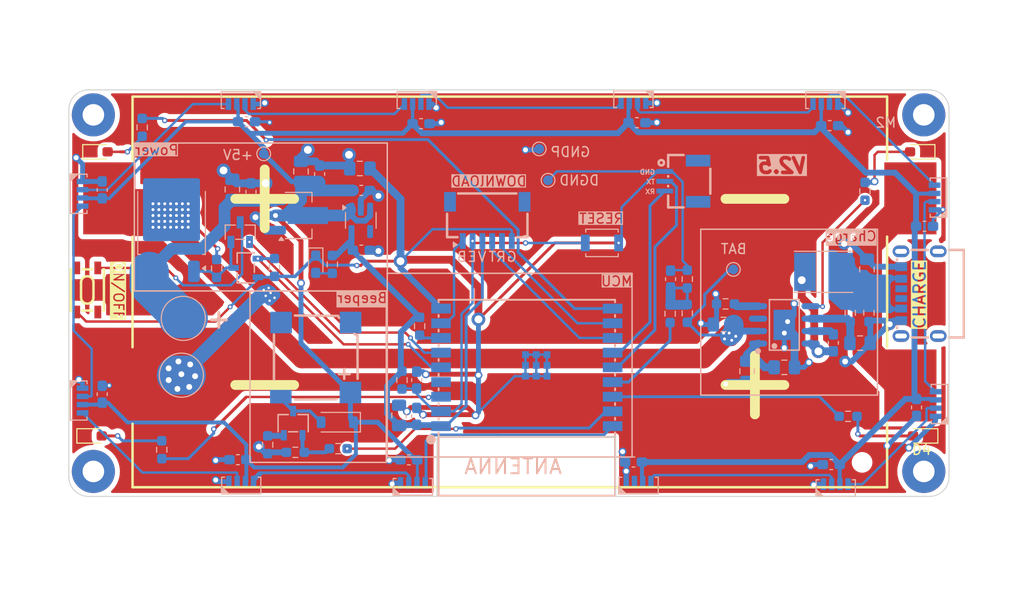
<source format=kicad_pcb>
(kicad_pcb (version 20240108) (generator "pcbnew") (generator_version "8.0")
  (title_block (title "esp32BatCharger") (date "2023-12-16") (company "dwain po"))
  (layers (0 "F.Cu" mixed) (31 "B.Cu" signal) (34 "B.Paste" user) (35 "F.Paste" user) (36 "B.SilkS" user "B.Silkscreen") (37 "F.SilkS" user "F.Silkscreen") (38 "B.Mask" user) (39 "F.Mask" user) (44 "Edge.Cuts" user))
  (net 0 "")
  (net 1 "+BATT")
  (net 2 "GNDPWR")
  (net 3 "+5V")
  (net 4 "GNDD")
  (net 5 "+3V3")
  (net 6 "Net-(U2-VSYS)")
  (net 7 "VCC")
  (net 8 "Net-(U2-LX)")
  (net 9 "Net-(U2-BST)")
  (net 10 "Net-(C28-Pad1)")
  (net 11 "Net-(U2-VIN)")
  (net 12 "Net-(C37-Pad1)")
  (net 13 "/KEY")
  (net 14 "Net-(D2-A)")
  (net 15 "Net-(D13-A)")
  (net 18 "/ESP_TX")
  (net 19 "/ESP_RX")
  (net 20 "Net-(LED1-DO)")
  (net 21 "Net-(LED1-DI)")
  (net 22 "Net-(LED2-DI)")
  (net 23 "Net-(LED3-DI)")
  (net 24 "Net-(LED4-DI)")
  (net 25 "Net-(LED5-DI)")
  (net 26 "Net-(LED6-DI)")
  (net 27 "/RGB")
  (net 28 "Net-(LED8-DI)")
  (net 29 "Net-(LED10-DO)")
  (net 30 "/POWER_EN")
  (net 31 "Net-(U2-LED)")
  (net 32 "/BAT_FB")
  (net 33 "Net-(U2-NTC)")
  (net 34 "/EN")
  (net 35 "/TXD")
  (net 36 "/RXD")
  (net 37 "/IO9")
  (net 39 "Net-(LED12-DI)")
  (net 41 "Net-(LED11-DI)")
  (net 42 "/GREEN")
  (net 43 "Net-(D3-A)")
  (net 44 "Net-(D4-A)")
  (net 45 "/YELLOW")
  (net 46 "/BLUE")
  (net 47 "/BEEP")
  (net 48 "Net-(D6-A)")
  (net 49 "Net-(BT1-+-Pad3)")
  (net 50 "Net-(U1-IO8)")
  (net 51 "Net-(D7-C)")
  (net 52 "Net-(Q5-G)")
  (net 55 "Net-(D5-A)")
  (net 58 "Net-(Q5-S)")
  (net 61 "Net-(Q1-G)")
  (footprint "bat_rf:BAT-SMD_BH-18650-B1BA007" (layer "F.Cu") (at 109.5 89.3)
    (property "Reference" "BT1" (hide yes))
    (property "Value" "doubleBatCell" (hide yes))
  )
  (footprint "MountingHole:MountingHole_2.2mm_M2_Pad" (layer "F.Cu") (at 67.025 107.625)
    (property "Reference" "H3" (hide yes))
    (property "Value" "MountingHole")
  )
  (footprint "LED_SMD:LED_0603_1608Metric_Pad1.05x0.95mm_HandSolder" (layer "F.Cu") (at 67.6 75)
    (property "Reference" "D13" (hide yes))
    (property "Value" "B_LED")
  )
  (footprint "LED_SMD:LED_0603_1608Metric_Pad1.05x0.95mm_HandSolder" (layer "F.Cu") (at 151.5 104 180)
    (property "Reference" "D4")
    (property "Value" "Y_LED")
  )
  (footprint "bat_rf:SW-SMD_4P-L4.2-W3.3-P2.15-LS5.1" (layer "F.Cu") (at 66.4 89.1 -90)
    (property "Reference" "SW2" (hide yes))
    (property "Value" "3*4*2.5MM_贴片4脚")
  )
  (footprint "LED_SMD:LED_0603_1608Metric_Pad1.05x0.95mm_HandSolder" (layer "F.Cu") (at 67 104)
    (property "Reference" "D3" (hide yes))
    (property "Value" "G_LED")
  )
  (footprint "MountingHole:MountingHole_2.2mm_M2_Pad" (layer "F.Cu") (at 67.025 71.225)
    (property "Reference" "H4" (hide yes))
    (property "Value" "MountingHole")
  )
  (footprint "MountingHole:MountingHole_2.2mm_M2_Pad" (layer "F.Cu") (at 151.725 71.225)
    (property "Reference" "H1" (hide yes))
    (property "Value" "MountingHole")
  )
  (footprint "LED_SMD:LED_0603_1608Metric_Pad1.05x0.95mm_HandSolder" (layer "F.Cu") (at 151.2 75 180)
    (property "Reference" "D2" (hide yes))
    (property "Value" "RED")
  )
  (footprint "MountingHole:MountingHole_2.2mm_M2_Pad" (layer "F.Cu") (at 151.725 107.625)
    (property "Reference" "H2" (hide yes))
    (property "Value" "MountingHole")
  )
  (footprint "bat_rf:LED-SMD_4P-L4.0-W1.7_M4020-03003-RGB-862-001" (layer "B.Cu") (at 152.925 100.745 90)
    (property "Reference" "LED8" (hide yes))
    (property "Value" "XL-4020RGBC-WS2812B")
  )
  (footprint "bat_rf:CONN-SMD_3P-P1.00_WAFER-SH1.0-3PWB" (layer "B.Cu") (at 127 78 -90)
    (property "Reference" "J4" (hide yes))
    (property "Value" "Conn_01x03")
  )
  (footprint "Resistor_SMD:R_0603_1608Metric_Pad0.98x0.95mm_HandSolder" (layer "B.Cu") (at 84.8 104.9 90)
    (property "Reference" "R17" (hide yes))
    (property "Value" "500R")
  )
  (footprint "Package_TO_SOT_SMD:SOT-89-3_Handsoldering" (layer "B.Cu") (at 87.9625 81.5)
    (property "Reference" "U4" (hide yes))
    (property "Value" "AMS1117")
  )
  (footprint "Capacitor_SMD:C_0603_1608Metric_Pad1.08x0.95mm_HandSolder" (layer "B.Cu") (at 100.445 72.125 180)
    (property "Reference" "C31" (hide yes))
    (property "Value" "100n")
  )
  (footprint "TestPoint:TestPoint_Pad_D1.0mm" (layer "B.Cu") (at 112.5 74.7 180)
    (property "Reference" "TP9" (hide yes))
    (property "Value" "TestPoint")
  )
  (footprint "LED_SMD:LED_0603_1608Metric_Pad1.05x0.95mm_HandSolder" (layer "B.Cu") (at 89.7 86.475 -90)
    (property "Reference" "D6" (hide yes))
    (property "Value" "LED")
  )
  (footprint "bat_rf:LED-SMD_4P-L4.0-W1.7_M4020-03003-RGB-862-001" (layer "B.Cu") (at 142.745 108.925)
    (property "Reference" "LED12" (hide yes))
    (property "Value" "XL-4020RGBC-WS2812B")
  )
  (footprint "Capacitor_SMD:C_0805_2012Metric_Pad1.18x1.45mm_HandSolder" (layer "B.Cu") (at 94.2 76.7)
    (property "Reference" "FB1" (hide yes))
    (property "Value" "FerriteBead_Small")
  )
  (footprint "bat_rf:LED-SMD_4P-L4.0-W1.7_M4020-03003-RGB-862-001" (layer "B.Cu") (at 141.685 70.125 180)
    (property "Reference" "LED10" (hide yes))
    (property "Value" "XL-4020RGBC-WS2812B")
  )
  (footprint "Resistor_SMD:R_0603_1608Metric_Pad0.98x0.95mm_HandSolder" (layer "B.Cu") (at 92 105.3 180)
    (property "Reference" "R6" (hide yes))
    (property "Value" "100R")
  )
  (footprint "Capacitor_SMD:C_0603_1608Metric_Pad1.08x0.95mm_HandSolder" (layer "B.Cu") (at 122.465 72.025 180)
    (property "Reference" "C30" (hide yes))
    (property "Value" "100n")
  )
  (footprint "bat_rf:LED-SMD_4P-L4.0-W1.7_M4020-03003-RGB-862-001" (layer "B.Cu") (at 122.105 70.025 180)
    (property "Reference" "LED1" (hide yes))
    (property "Value" "XL-4020RGBC-WS2812B")
  )
  (footprint "Resistor_SMD:R_0603_1608Metric_Pad0.98x0.95mm_HandSolder" (layer "B.Cu") (at 145.725 79.025 -90)
    (property "Reference" "R3" (hide yes))
    (property "Value" "3k")
  )
  (footprint "Resistor_SMD:R_0603_1608Metric_Pad0.98x0.95mm_HandSolder" (layer "B.Cu") (at 91.4 86.4875 -90)
    (property "Reference" "R16" (hide yes))
    (property "Value" "1k")
  )
  (footprint "Button_Switch_SMD:SW_SPST_B3U-1000P" (layer "B.Cu") (at 118.9 84.3 180)
    (property "Reference" "SW3" (hide yes))
    (property "Value" "TS-1199A-B-B")
  )
  (footprint "Resistor_SMD:R_0603_1608Metric_Pad0.98x0.95mm_HandSolder" (layer "B.Cu") (at 127.6 87.9875 -90)
    (property "Reference" "R10" (hide yes))
    (property "Value" "3m")
  )
  (footprint "kicadLib:CONN-SMD_6P-P1.00_XYECONN_XY-SH1.0-6A61" (layer "B.Cu") (at 107.2 82.1)
    (property "Reference" "J3" (hide yes))
    (property "Value" "Conn_01x06")
  )
  (footprint "bat_rf:LED-SMD_4P-L4.0-W1.7_M4020-03003-RGB-862-001" (layer "B.Cu") (at 82.10825 108.665)
    (property "Reference" "LED6" (hide yes))
    (property "Value" "XL-4020RGBC-WS2812B")
  )
  (footprint "bat_rf:LED-SMD_4P-L4.0-W1.7_M4020-03003-RGB-862-001" (layer "B.Cu") (at 100.005 70.125 180)
    (property "Reference" "LED2" (hide yes))
    (property "Value" "XL-4020RGBC-WS2812B")
  )
  (footprint "Resistor_SMD:R_0603_1608Metric_Pad0.98x0.95mm_HandSolder" (layer "B.Cu") (at 74 105.4125 90)
    (property "Reference" "R5" (hide yes))
    (property "Value" "3k")
  )
  (footprint "bat_rf:ESOP-8_L4.9-W3.9-P1.27-LS6.0-BL-EP3.1" (layer "B.Cu") (at 137.5 92.665 90)
    (property "Reference" "U2" (hide yes))
    (property "Value" "IP2325_5M_WHJC")
  )
  (footprint "Capacitor_SMD:C_0603_1608Metric_Pad1.08x0.95mm_HandSolder" (layer "B.Cu") (at 67.925 78.885 -90)
    (property "Reference" "C33" (hide yes))
    (property "Value" "100n")
  )
  (footprint "Resistor_SMD:R_0603_1608Metric_Pad0.98x0.95mm_HandSolder" (layer "B.Cu") (at 131.5 90.525)
    (property "Reference" "R18" (hide yes))
    (property "Value" "51k")
  )
  (footprint "Resistor_SMD:R_0603_1608Metric_Pad0.98x0.95mm_HandSolder" (layer "B.Cu") (at 87.625 105.675)
    (property "Reference" "R7" (hide yes))
    (property "Value" "10k")
  )
  (footprint "Resistor_SMD:R_0603_1608Metric_Pad0.98x0.95mm_HandSolder" (layer "B.Cu") (at 85.5 86.8 90)
    (property "Reference" "R11" (hide yes))
    (property "Value" "33k")
  )
  (footprint "Resistor_SMD:R_0603_1608Metric_Pad0.98x0.95mm_HandSolder" (layer "B.Cu") (at 125.85 91.525 90)
    (property "Reference" "R14" (hide yes))
    (property "Value" "1k")
  )
  (footprint "Capacitor_SMD:C_0603_1608Metric_Pad1.08x0.95mm_HandSolder" (layer "B.Cu") (at 99.205 106.445)
    (property "Reference" "C36" (hide yes))
    (property "Value" "100n")
  )
  (footprint "Capacitor_SMD:C_0603_1608Metric_Pad1.08x0.95mm_HandSolder" (layer "B.Cu") (at 67.925 99.745 -90)
    (property "Reference" "C34" (hide yes))
    (property "Value" "100n")
  )
  (footprint "Capacitor_SMD:C_0603_1608Metric_Pad1.08x0.95mm_HandSolder" (layer "B.Cu") (at 122.11575 106.665)
    (property "Reference" "C11" (hide yes))
    (property "Value" "100n")
  )
  (footprint "bat_rf:USB-C-SMD_HX-TYPE-C-6PIN" (layer "B.Cu") (at 151.3 89.48 -90)
    (property "Reference" "J1" (hide yes))
    (property "Value" "USB_C_Receptacle_PowerOnly_6P")
  )
  (footprint "TestPoint:TestPoint_Pad_D4.0mm" (layer "B.Cu") (at 76.2 92 180)
    (property "Reference" "J2" (hide yes))
    (property "Value" "Conn_01x01_Pin")
  )
  (footprint "Resistor_SMD:R_0603_1608Metric_Pad0.98x0.95mm_HandSolder" (layer "B.Cu") (at 144.225 91.4375 -90)
    (property "Reference" "R1" (hide yes))
    (property "Value" "0.5R")
  )
  (footprint "bat_rf:LED-SMD_4P-L4.0-W1.7_M4020-03003-RGB-862-001" (layer "B.Cu") (at 65.925 79.285 -90)
    (property "Reference" "LED4" (hide yes))
    (property "Value" "XL-4020RGBC-WS2812B")
  )
  (footprint "bat_rf:BULETM-SMD_18P-L20.0-W18.0-P1.50_ESP32-C3-WROOM" (layer "B.Cu") (at 111.2355 97)
    (property "Reference" "U1" (hide yes))
    (property "Value" "ESP32-C3-WROOM-02-N4")
  )
  (footprint "bat_rf:LED-SMD_4P-L4.0-W1.7_M4020-03003-RGB-862-001" (layer "B.Cu") (at 82.065 70.125 180)
    (property "Reference" "LED3" (hide yes))
    (property "Value" "XL-4020RGBC-WS2812B")
  )
  (footprint "TestPoint:TestPoint_Pad_D1.0mm" (layer "B.Cu") (at 132.3 87 180)
    (property "Reference" "TP11" (hide yes))
    (property "Value" "TestPoint")
  )
  (footprint "bat_rf:BUZ-SMD_4P-L8.5-W8.5-TL" (layer "B.Cu") (at 89.7 96 90)
    (property "Reference" "U5" (hide yes))
    (property "Value" "MLT-8530-5V")
  )
  (footprint "Capacitor_SMD:C_0603_1608Metric_Pad1.08x0.95mm_HandSolder" (layer "B.Cu") (at 81.7625 106.425)
    (property "Reference" "C35" (hide yes))
    (property "Value" "100n")
  )
  (footprint "Capacitor_SMD:C_0603_1608Metric_Pad1.08x0.95mm_HandSolder" (layer "B.Cu") (at 151.8 82.6 180)
    (property "Reference" "C6" (hide yes))
    (property "Value" "100n")
  )
  (footprint "TestPoint:TestPoint_Pad_D1.0mm" (layer "B.Cu") (at 113.4 77.9 180)
    (property "Reference" "TP1" (hide yes))
    (property "Value" "TestPoint")
  )
  (footprint "Capacitor_SMD:C_0603_1608Metric_Pad1.08x0.95mm_HandSolder" (layer "B.Cu") (at 142.5 94.5 -90)
    (property "Reference" "C27" (hide yes))
    (property "Value" "100n")
  )
  (footprint "Resistor_SMD:R_0603_1608Metric_Pad0.98x0.95mm_HandSolder" (layer "B.Cu") (at 72 72.5 -90)
    (property "Reference" "R13" (hide yes))
    (property "Value" "3k")
  )
  (footprint "TestPoint:TestPoint_Pad_D1.0mm" (layer "B.Cu") (at 84.4 75.2 180)
    (property "Reference" "TP7" (hide yes))
    (property "Value" "TestPoint")
  )
  (footprint "TestPoint:TestPoint_Pad_D4.0mm" (layer "B.Cu") (at 76 97.8 180)
    (property "Reference" "J5" (hide yes))
    (property "Value" "Conn_01x01_Pin")
  )
  (footprint "Capacitor_SMD:C_0805_2012Metric_Pad1.18x1.45mm_HandSolder" (layer "B.Cu") (at 98.2 101.9 90)
    (property "Reference" "C12" (hide yes))
    (property "Value" "10u")
  )
  (footprint "Capacitor_SMD:C_0805_2012Metric_Pad1.18x1.45mm_HandSolder" (layer "B.Cu") (at 145.925 87 90)
    (property "Reference" "C28" (hide yes))
    (property "Value" "10u")
  )
  (footprint "Capacitor_SMD:C_0603_1608Metric_Pad1.08x0.95mm_HandSolder" (layer "B.Cu") (at 82.645 71.925 180)
    (property "Reference" "C32" (hide yes))
    (property "Value" "100n")
  )
  (footprint "Capacitor_SMD:C_0603_1608Metric_Pad1.08x0.95mm_HandSolder" (layer "B.Cu") (at 100 98.3 90)
    (property "Reference" "C16" (hide yes))
    (property "Value" "100n")
  )
  (footprint "Package_TO_SOT_SMD:SOT-23-5" (layer "B.Cu") (at 94.3 82 -90)
    (property "Reference" "U7" (hide yes))
    (property "Value" "XC6220B331MR")
  )
  (footprint "Capacitor_SMD:C_0603_1608Metric_Pad1.08x0.95mm_HandSolder" (layer "B.Cu") (at 100 102 90)
    (property "Reference" "C13" (hide yes))
    (property "Value" "100n")
  )
  (footprint "Capacitor_SMD:C_0603_1608Metric_Pad1.08x0.95mm_HandSolder" (layer "B.Cu") (at 83.1 79.075 90)
    (property "Reference" "C3" (hide yes))
    (property "Value" "100n")
  )
  (footprint "Resistor_SMD:R_0603_1608Metric_Pad0.98x0.95mm_HandSolder" (layer "B.Cu") (at 144 102)
    (property "Reference" "R15" (hide yes))
    (property "Value" "3k")
  )
  (footprint "Capacitor_SMD:C_0603_1608Metric_Pad1.08x0.95mm_HandSolder" (layer "B.Cu") (at 94.35 78.9375)
    (property "Reference" "C9" (hide yes))
    (property "Value" "1u")
  )
  (footprint "Capacitor_SMD:C_0805_2012Metric_Pad1.18x1.45mm_HandSolder" (layer "B.Cu") (at 131.3 92.625 180)
    (property "Reference" "C40" (hide yes))
    (property "Value" "10u")
  )
  (footprint "Capacitor_SMD:C_0805_2012Metric_Pad1.18x1.45mm_HandSolder" (layer "B.Cu") (at 145.225 94.525)
    (property "Reference" "C29" (hide yes))
    (property "Value" "10u")
  )
  (footprint "Capacitor_SMD:C_0603_1608Metric_Pad1.08x0.95mm_HandSolder" (layer "B.Cu") (at 94.35 85.0375)
    (property "Reference" "C15" (hide yes))
    (property "Value" "1u")
  )
  (footprint "bat_rf:LED-SMD_4P-L4.0-W1.7_M4020-03003-RGB-862-001" (layer "B.Cu") (at 152.825 79.665 90)
    (property "Reference" "LED9" (hide yes))
    (property "Value" "XL-4020RGBC-WS2812B")
  )
  (footprint "Capacitor_SMD:C_0603_1608Metric_Pad1.08x0.95mm_HandSolder" (layer "B.Cu") (at 142.285 106.925)
    (property "Reference" "C17" (hide yes))
    (property "Value" "100n")
  )
  (footprint "bat_rf:SOT-23" (layer "B.Cu") (at 82.565 86.85)
    (property "Reference" "Q2" (hide yes))
    (property "Value" "AllPower__AP2300")
  )
  (footprint "Capacitor_SMD:C_0805_2012Metric_Pad1.18x1.45mm_HandSolder" (layer "B.Cu") (at 137.5 97)
    (property "Reference" "C10" (hide yes))
    (property "Value" "22u")
  )
  (footprint "Resistor_SMD:R_0603_1608Metric_Pad0.98x0.95mm_HandSolder" (layer "B.Cu") (at 98.5 98.3 90)
    (property "Reference" "R12" (hide yes))
    (property "Value" "10k")
  )
  (footprint "Capacitor_SMD:C_0805_2012Metric_Pad1.18x1.45mm_HandSolder" (layer "B.Cu") (at 88.2 77 90)
    (property "Reference" "C2" (hide yes))
    (property "Value" "10u")
  )
  (footprint "bat_rf:LED-SMD_4P-L4.0-W1.7_M4020-03003-RGB-862-001" (layer "B.Cu") (at 99.61 108.8)
    (property "Reference" "LED7" (hide yes))
    (property "Value" "XL-4020RGBC-WS2812B")
  )
  (footprint "Capacitor_SMD:C_0805_2012Metric_Pad1.18x1.45mm_HandSolder" (layer "B.Cu") (at 81.2 78.8375 90)
    (property "Reference" "C4" (hide yes))
    (property "Value" "10u")
  )
  (footprint "Capacitor_SMD:C_0603_1608Metric_Pad1.08x0.95mm_HandSolder" (layer "B.Cu") (at 90.1 77.2625 90)
    (property "Reference" "C1" (hide yes))
    (property "Value" "100n")
  )
  (footprint "bat_rf:LED-SMD_4P-L4.0-W1.7_M4020-03003-RGB-862-001" (layer "B.Cu") (at 122.63325 108.665)
    (property "Reference" "LED11" (hide yes))
    (property "Value" "XL-4020RGBC-WS2812B")
  )
  (footprint "bat_rf:BAT54C" (layer "B.Cu") (at 82 83.2 -90)
    (property "Reference" "D7" (hide yes))
    (property "Value" "BAT54C")
  )
  (footprint "Capacitor_SMD:C_0603_1608Metric_Pad1.08x0.95mm_HandSolder" (layer "B.Cu") (at 142.125 72.325 180)
    (property "Reference" "C14" (hide yes))
    (property "Value" "100n")
  )
  (footprint "Diode_SMD:D_SOD-123" (layer "B.Cu") (at 91.9 102.6 180)
    (property "Reference" "D5" (hide yes))
    (property "Value" "1N4148W")
  )
  (footprint "Resistor_SMD:R_0603_1608Metric_Pad0.98x0.95mm_HandSolder" (layer "B.Cu") (at 100.3 92.8 90)
    (property "Reference" "R4" (hide yes))
    (property "Value" "10k")
  )
  (footprint "Resistor_SMD:R_0603_1608Metric_Pad0.98x0.95mm_HandSolder" (layer "B.Cu") (at 146.125 91.425 90)
    (property "Reference" "R2" (hide yes))
    (property "Value" "5k1")
  )
  (footprint "Capacitor_SMD:C_0805_2012Metric_Pad1.18x1.45mm_HandSolder" (layer "B.Cu") (at 133.7 97.4 -90)
    (property "Reference" "C26" (hide yes))
    (property "Value" "22u")
  )
  (footprint "Capacitor_SMD:C_0603_1608Metric_Pad1.08x0.95mm_HandSolder" (layer "B.Cu") (at 150.985 101.09075 90)
    (property "Reference" "C5" (hide yes))
    (property "Value" "100n")
  )
  (footprint "Resistor_SMD:R_0603_1608Metric_Pad0.98x0.95mm_HandSolder" (layer "B.Cu") (at 127.6 91.4875 -90)
    (property "Reference" "R9" (hide yes))
    (property "Value" "7.5m")
  )
  (footprint "bat_rf:LED-SMD_4P-L4.0-W1.7_M4020-03003-RGB-862-001" (layer "B.Cu") (at 65.925 100.385 -90)
    (property "Reference" "LED5" (hide yes))
    (property "Value" "XL-4020RGBC-WS2812B")
  )
  (footprint "bat_rf:SOT-23" (layer "B.Cu") (at 87.4 102.7 -90)
    (property "Reference" "Q5" (hide yes))
    (property "Value" "AllPower__AP2300")
  )
  (footprint "Capacitor_SMD:C_0603_1608Metric_Pad1.08x0.95mm_HandSolder" (layer "B.Cu") (at 125.9 87.9875 90)
    (property "Reference" "C37" (hide yes))
    (property "Value" "100n")
  )
  (footprint "Package_TO_SOT_SMD:TO-252-2" (layer "B.Cu") (at 74.9975 82.16 90)
    (property "Reference" "Q1" (hide yes))
    (property "Value" "Q_PMOS_GDS")
  )
  (footprint "Inductor_SMD:L_Taiyo-Yuden_NR-40xx_HandSoldering" (layer "B.Cu") (at 141.5 87.25 180)
    (property "Reference" "L2" (hide yes))
    (property "Value" "2.2uH")
  )
  (footprint "Resistor_SMD:R_0603_1608Metric_Pad0.98x0.95mm_HandSolder" (layer "B.Cu") (at 79.6 86.9 -90)
    (property "Reference" "R8" (hide yes))
    (property "Value" "33k")
  )
  (gr_rect (start 97 87.4) (end 121.969483 106.155) (stroke (width 0.15)) (fill none) (layer "B.SilkS"))
  (gr_rect (start 71.2 74.1) (end 97 89.2) (stroke (width 0.15)) (fill none) (layer "B.SilkS"))
  (gr_rect (start 83 89.2) (end 96.9 106.7) (stroke (width 0.15)) (fill none) (layer "B.SilkS"))
  (gr_rect (start 128.97625 82.9) (end 147 99.832) (stroke (width 0.15)) (fill none) (layer "B.SilkS"))
  (gr_line (start 66.519998 110.175) (end 102.060358 110.171005) (stroke (width 0.1)) (layer "Edge.Cuts"))
  (gr_line (start 102.075929 104.085504) (end 120.290221 104.083427) (stroke (width 0.1)) (layer "Edge.Cuts"))
  (gr_arc (start 152.300841 68.675) (mid 153.715027 69.260802) (end 154.300841 70.675) (stroke (width 0.1)) (layer "Edge.Cuts"))
  (gr_line (start 154.300841 70.675) (end 154.300841 108.175) (stroke (width 0.1)) (layer "Edge.Cuts"))
  (gr_line (start 152.300841 110.175) (end 151.419998 110.175) (stroke (width 0.1)) (layer "Edge.Cuts"))
  (gr_line (start 120.300883 110.176621) (end 151.419998 110.175) (stroke (width 0.1)) (layer "Edge.Cuts"))
  (gr_line (start 64.519998 108.175) (end 64.519998 70.675) (stroke (width 0.1)) (layer "Edge.Cuts"))
  (gr_arc (start 64.519998 70.675) (mid 65.105784 69.260786) (end 66.519998 68.675) (stroke (width 0.1)) (layer "Edge.Cuts"))
  (gr_line (start 66.519998 68.675) (end 151.419998 68.675) (stroke (width 0.1)) (layer "Edge.Cuts"))
  (gr_line (start 151.419998 68.675) (end 152.300841 68.675) (stroke (width 0.1)) (layer "Edge.Cuts"))
  (gr_line (start 102.060358 110.171005) (end 102.075929 104.085504) (stroke (width 0.1)) (layer "Edge.Cuts"))
  (gr_arc (start 66.519998 110.175) (mid 65.105784 109.589214) (end 64.519998 108.175) (stroke (width 0.1)) (layer "Edge.Cuts"))
  (gr_line (start 120.290221 104.083427) (end 120.300883 110.176621) (stroke (width 0.1)) (layer "Edge.Cuts"))
  (gr_arc (start 154.300841 108.175) (mid 153.715057 109.589229) (end 152.300841 110.175) (stroke (width 0.1)) (layer "Edge.Cuts"))
  (gr_text "Charge" (at 147 84.2 0) (layer "B.SilkS" knockout) (effects (font (size 1 1)) (justify left bottom mirror)))
  (gr_text "R" (at 109.2 86.3 0) (layer "B.SilkS") (effects (font (size 1 1)) (justify left bottom mirror)))
  (gr_text "Beeper" (at 97.1 90.5 0) (layer "B.SilkS" knockout) (effects (font (size 1 1)) (justify left bottom mirror)))
  (gr_text "DOWNlOAD" (at 111.3 78.6 0) (layer "B.SilkS" knockout) (effects (font (size 1 1)) (justify left bottom mirror)))
  (gr_text "DGND\n" (at 118.7 78.5 0) (layer "B.SilkS") (effects (font (size 1 1)) (justify left bottom mirror)))
  (gr_text "Power" (at 75.8 75.4 0) (layer "B.SilkS" knockout) (effects (font (size 1 1)) (justify left bottom mirror)))
  (gr_text "GNDP" (at 117.8 75.6 0) (layer "B.SilkS") (effects (font (size 1 1)) (justify left bottom mirror)))
  (gr_text "BAT" (at 133.75 85.5 0) (layer "B.SilkS") (effects (font (size 1 1)) (justify left bottom mirror)))
  (gr_text "+" (at 78.8 93.6 270) (layer "B.SilkS") (effects (font (size 2 2) (thickness 0.3)) (justify left bottom mirror)))
  (gr_text "T" (at 108.2 86.3 0) (layer "B.SilkS") (effects (font (size 1 1)) (justify left bottom mirror)))
  (gr_text "V" (at 107.2 86.3 0) (layer "B.SilkS") (effects (font (size 1 1)) (justify left bottom mirror)))
  (gr_text "G" (at 110.3 86.3 0) (layer "B.SilkS") (effects (font (size 1 1)) (justify left bottom mirror)))
  (gr_text "M2" (at 149 72.6 0) (layer "B.SilkS") (effects (font (size 1 1)) (justify left bottom mirror)))
  (gr_text "GND" (at 124.3635 77.355363 0) (layer "B.SilkS") (effects (font (size 0.5 0.5) (thickness 0.1)) (justify left bottom mirror)))
  (gr_text "RX" (at 124.3635 79.355363 0) (layer "B.SilkS") (effects (font (size 0.5 0.5) (thickness 0.1)) (justify left bottom mirror)))
  (gr_text "B" (at 105.2 86.3 0) (layer "B.SilkS") (effects (font (size 1 1)) (justify left bottom mirror)))
  (gr_text "MCU" (at 122.1 88.8 0) (layer "B.SilkS" knockout) (effects (font (size 1 1)) (justify left bottom mirror)))
  (gr_text "+5V" (at 83.4 75.9 0) (layer "B.SilkS") (effects (font (size 1 1)) (justify left bottom mirror)))
  (gr_text "E" (at 106.2 86.3 0) (layer "B.SilkS") (effects (font (size 1 1)) (justify left bottom mirror)))
  (gr_text "V2.5" (at 140 77.3 0) (layer "B.SilkS" knockout) (effects (font (size 1.5 1.5) (thickness 0.375) (bold yes) (italic yes)) (justify left bottom mirror)))
  (gr_text "RESET" (at 121.2 82.4 0) (layer "B.SilkS" knockout) (effects (font (size 1 1)) (justify left bottom mirror)))
  (gr_text "TX" (at 124.3635 78.355363 0) (layer "B.SilkS") (effects (font (size 0.5 0.5) (thickness 0.1)) (justify left bottom mirror)))
  (gr_text "CHARGE" (at 152 93.2 90) (layer "F.SilkS" knockout) (effects (font (size 1.2 1.2) (thickness 0.2)) (justify left bottom)))
  (gr_text "ON/OFF" (at 69 86.1 -90) (layer "F.SilkS" knockout) (effects (font (size 1 1)) (justify left bottom)))
  (segment (start 75.5 80.3) (end 76.1 80.3) (width 3) (layer "F.Cu") (net 1))
  (segment (start 69.065 80.3) (end 68.715 79.95) (width 3) (layer "F.Cu") (net 1))
  (segment (start 79.7 84.9) (end 76.9 82.1) (width 0.3) (layer "F.Cu") (net 1))
  (segment (start 73.1 80.3) (end 73.6 80.3) (width 3) (layer "F.Cu") (net 1))
  (segment (start 132.54375 93.83125) (end 132.375 94) (width 1.2) (layer "F.Cu") (net 1))
  (segment (start 68.575 79.925) (end 68.469998 79.925) (width 0.5) (layer "F.Cu") (net 1))
  (segment (start 75.5 81.3) (end 75.5 81.5) (width 3) (layer "F.Cu") (net 1))
  (segment (start 74.2 81.4) (end 74.1 81.3) (width 3) (layer "F.Cu") (net 1))
  (segment (start 74.1 81.3) (end 74.9 80.3) (width 3) (layer "F.Cu") (net 1))
  (segment (start 70.865 82.1) (end 68.715 79.95) (width 3) (layer "F.Cu") (net 1))
  (segment (start 132.375 94) (end 132.275 93.9) (width 1.2) (layer "F.Cu") (net 1))
  (segment (start 73.1 80.3) (end 69.065 80.3) (width 3) (layer "F.Cu") (net 1))
  (segment (start 68.925 79.925) (end 68.47 79.925) (width 0.5) (layer "F.Cu") (net 1))
  (segment (start 74.2 80.3) (end 74.2 81.4) (width 3) (layer "F.Cu") (net 1))
  (segment (start 129.275 96.1) (end 131.875 93.5) (width 2) (layer "F.Cu") (net 1))
  (segment (start 76.1 82.1) (end 70.865 82.1) (width 3) (layer "F.Cu") (net 1))
  (segment (start 129.275 96.1) (end 88.3 96.1) (width 2) (layer "F.Cu") (net 1))
  (segment (start 74.3 81.5) (end 73.1 80.3) (width 3) (layer "F.Cu") (net 1))
  (segment (start 75.5 81.5) (end 76.1 82.1) (width 3) (layer "F.Cu") (net 1))
  (segment (start 132.54375 93.83125) (end 132.137162 94.237838) (width 1.2) (layer "F.Cu") (net 1))
  (segment (start 76.9 82.1) (end 76.7 82.1) (width 0.3) (layer "F.Cu") (net 1))
  (segment (start 132.375 94) (end 131.875 93.5) (width 1.2) (layer "F.Cu") (net 1))
  (segment (start 73.6 80.3) (end 74.2 80.3) (width 3) (layer "F.Cu") (net 1))
  (segment (start 74.9 80.3) (end 75.5 80.3) (width 3) (layer "F.Cu") (net 1))
  (segment (start 88.3 96.1) (end 73.7 81.5) (width 2) (layer "F.Cu") (net 1))
  (via (at 73.7 80.9) (size 0.55) (drill 0.3) (layers "F.Cu" "B.Cu") (net 1))
  (via (at 74.3 82.1) (size 0.55) (drill 0.3) (layers "F.Cu" "B.Cu") (net 1))
  (via (at 76.1 81.5) (size 0.55) (drill 0.3) (layers "F.Cu" "B.Cu") (net 1))
  (via (at 74.3 81.5) (size 0.55) (drill 0.3) (layers "F.Cu" "B.Cu") (net 1))
  (via (at 75.5 82.7) (size 0.55) (drill 0.3) (layers "F.Cu" "B.Cu") (net 1))
  (via (at 74.9 82.1) (size 0.55) (drill 0.3) (layers "F.Cu" "B.Cu") (net 1))
  (via (at 76.1 80.9) (size 0.55) (drill 0.3) (layers "F.Cu" "B.Cu") (net 1))
  (via (at 131.875 93.5) (size 0.55) (drill 0.3) (layers "F.Cu" "B.Cu") (net 1))
  (via (at 76.1 82.1) (size 0.55) (drill 0.3) (layers "F.Cu" "B.Cu") (net 1))
  (via (at 76.7 80.9) (size 0.55) (drill 0.3) (layers "F.Cu" "B.Cu") (net 1))
  (via (at 75.5 80.9) (size 0.55) (drill 0.3) (layers "F.Cu" "B.Cu") (net 1))
  (via (at 74.9 80.9) (size 0.55) (drill 0.3) (layers "F.Cu" "B.Cu") (net 1))
  (via (at 74.3 80.9) (size 0.55) (drill 0.3) (layers "F.Cu" "B.Cu") (net 1))
  (via (at 74.3 82.7) (size 0.55) (drill 0.3) (layers "F.Cu" "B.Cu") (net 1))
  (via (at 79.7 84.9) (size 0.55) (drill 0.3) (layers "F.Cu" "B.Cu") (net 1))
  (via (at 76.7 81.5) (size 0.55) (drill 0.3) (layers "F.Cu" "B.Cu") (net 1))
  (via (at 76.7 82.7) (size 0.55) (drill 0.3) (layers "F.Cu" "B.Cu") (net 1))
  (via (at 73.1 80.3) (size 0.55) (drill 0.3) (layers "F.Cu" "B.Cu") (net 1))
  (via (at 73.1 81.5) (size 0.55) (drill 0.3) (layers "F.Cu" "B.Cu") (net 1))
  (via (at 76.1 82.7) (size 0.55) (drill 0.3) (layers "F.Cu" "B.Cu") (net 1))
  (via (at 75.5 80.3) (size 0.55) (drill 0.3) (layers "F.Cu" "B.Cu") (net 1))
  (via (at 74.3 80.3) (size 0.55) (drill 0.3) (layers "F.Cu" "B.Cu") (net 1))
  (via (at 73.7 82.1) (size 0.55) (drill 0.3) (layers "F.Cu" "B.Cu") (net 1))
  (via (at 76.7 80.3) (size 0.55) (drill 0.3) (layers "F.Cu" "B.Cu") (net 1))
  (via (at 73.7 80.3) (size 0.55) (drill 0.3) (layers "F.Cu" "B.Cu") (net 1))
  (via (at 73.7 81.5) (size 0.55) (drill 0.3) (layers "F.Cu" "B.Cu") (net 1))
  (via (at 73.7 82.7) (size 0.55) (drill 0.3) (layers "F.Cu" "B.Cu") (net 1))
  (via (at 74.9 82.7) (size 0.55) (drill 0.3) (layers "F.Cu" "B.Cu") (net 1))
  (via (at 73.1 80.9) (size 0.55) (drill 0.3) (layers "F.Cu" "B.Cu") (net 1))
  (via (at 132.137162 94.237838) (size 0.55) (drill 0.3) (layers "F.Cu" "B.Cu") (net 1))
  (via (at 132.54375 93.83125) (size 0.55) (drill 0.3) (layers "F.Cu" "B.Cu") (net 1))
  (via (at 76.7 82.1) (size 0.55) (drill 0.3) (layers "F.Cu" "B.Cu") (net 1))
  (via (at 75.5 82.1) (size 0.55) (drill 0.3) (layers "F.Cu" "B.Cu") (net 1))
  (via (at 74.9 80.3) (size 0.55) (drill 0.3) (layers "F.Cu" "B.Cu") (net 1))
  (via (at 73.1 82.1) (size 0.55) (drill 0.3) (layers "F.Cu" "B.Cu") (net 1))
  (via (at 76.1 80.3) (size 0.55) (drill 0.3) (layers "F.Cu" "B.Cu") (net 1))
  (via (at 73.1 82.7) (size 0.55) (drill 0.3) (layers "F.Cu" "B.Cu") (net 1))
  (via (at 75.5 81.5) (size 0.55) (drill 0.3) (layers "F.Cu" "B.Cu") (net 1))
  (via (at 131.3 93.5) (size 0.55) (drill 0.3) (layers "F.Cu" "B.Cu") (net 1))
  (via (at 74.9 81.5) (size 0.55) (drill 0.3) (layers "F.Cu" "B.Cu") (net 1))
  (via (at 131.4 94.1) (size 0.55) (drill 0.3) (layers "F.Cu" "B.Cu") (net 1))
  (segment (start 129.375 89.564339) (end 131.939339 87) (width 0.3) (layer "B.Cu") (net 1))
  (segment (start 79.6 85.9875) (end 79.6 85) (width 0.3) (layer "B.Cu") (net 1))
  (segment (start 134.818 93.3) (end 133.0125 93.3) (width 0.7) (layer "B.Cu") (net 1))
  (segment (start 131.939339 87) (end 132.3 87) (width 0.3) (layer "B.Cu") (net 1))
  (segment (start 127.6 92.4) (end 128.9 93.7) (width 0.3) (layer "B.Cu") (net 1))
  (segment (start 133.0125 93.3) (end 132.3375 92.625) (width 0.7) (layer "B.Cu") (net 1))
  (segment (start 127.6 92.4) (end 129.375 90.625) (width 0.3) (layer "B.Cu") (net 1))
  (segment (start 132.3375 93.420038) (end 131.928769 93.828769) (width 2) (layer "B.Cu") (net 1))
  (segment (start 128.9 93.7) (end 132.4125 93.7) (width 0.3) (layer "B.Cu") (net 1))
  (segment (start 132.54375 93.83125) (end 132.54375 92.83125) (width 1.2) (layer "B.Cu") (net 1))
  (segment (start 132.54375 92.83125) (end 132.3375 92.625) (width 1.2) (layer "B.Cu") (net 1))
  (segment (start 129.375 90.625) (end 129.375 89.564339) (width 0.3) (layer "B.Cu") (net 1))
  (segment (start 132.54375 93.83125) (end 132.375 94) (width 1.2) (layer "B.Cu") (net 1))
  (segment (start 79.6 85) (end 79.7 84.9) (width 0.3) (layer "B.Cu") (net 1))
  (segment (start 132.3375 92.625) (end 132.3375 93.420038) (width 2) (layer "B.Cu") (net 1))
  (segment (start 132.4125 93.7) (end 132.54375 93.83125) (width 0.3) (layer "B.Cu") (net 1))
  (segment (start 68.645 98.85) (end 74.85 98.85) (width 4) (layer "F.Cu") (net 2))
  (segment (start 152.375 104) (end 151.55 104.825) (width 0.3) (layer "F.Cu") (net 2))
  (segment (start 68.47 99.025) (end 68.47 98.03) (width 0.5) (layer "F.Cu") (net 2))
  (segment (start 68.47 99.025) (end 70.025 99.025) (width 0.5) (layer "F.Cu") (net 2))
  (segment (start 150.589861 104.825) (end 150.20743 105.207431) (width 0.3) (layer "F.Cu") (net 2))
  (segment (start 68.47 99.025) (end 70.709582 99.025) (width 0.5) (layer "F.Cu") (net 2))
  (segment (start 74.85 98.85) (end 76 97.7) (width 4) (layer "F.Cu") (net 2))
  (segment (start 66.125 104) (end 66.125 103.875) (width 0.3) (layer "F.Cu") (net 2))
  (segment (start 151.55 104.825) (end 150.589861 104.825) (width 0.3) (layer "F.Cu") (net 2))
  (segment (start 153.524998 84.075002) (end 153.525 84.075) (width 0.5) (layer "F.Cu") (net 2))
  (via (at 129 92.5) (size 0.8) (drill 0.5) (layers "F.Cu" "B.Cu") (net 2))
  (via (at 153.675841 80.9) (size 0.55) (drill 0.3) (layers "F.Cu" "B.Cu") (net 2))
  (via (at 68.645 98.85) (size 0.55) (drill 0.3) (layers "F.Cu" "B.Cu") (net 2))
  (via (at 75.7 96.4) (size 1.2) (drill 0.6) (layers "F.Cu" "B.Cu") (net 2))
  (via (at 74.7 98.3) (size 1.2) (drill 0.6) (layers "F.Cu" "B.Cu") (net 2))
  (via (at 76.9 96.7) (size 1.2) (drill 0.6) (layers "F.Cu" "B.Cu") (net 2))
  (via (at 83.5575 81.670905) (size 1.2) (drill 0.6) (layers "F.Cu" "B.Cu") (net 2))
  (via (at 84.6 78.2) (size 1.4) (drill 0.8) (layers "F.Cu" "B.Cu") (net 2))
  (via (at 137.8325 92.3325) (size 0.8) (drill 0.5) (layers "F.Cu" "B.Cu") (net 2))
  (via (at 97.5 108.9) (size 0.8) (drill 0.5) (layers "F.Cu" "B.Cu") (net 2))
  (via (at 150.20743 105.207431) (size 0.8) (drill 0.5) (layers "F.Cu" "B.Cu") (net 2))
  (via (at 143.6 84.4) (size 1.2) (drill 0.6) (layers "F.Cu" "B.Cu") (net 2))
  (via (at 76.8 99) (size 1.2) (drill 0.6) (layers "F.Cu" "B.Cu") (net 2))
  (via (at 83.9 105.1) (size 1.2) (drill 0.6) (layers "F.Cu" "B.Cu") (net 2))
  (via (at 79.5 108.5) (size 0.8) (drill 0.5) (layers "F.Cu" "B.Cu") (net 2))
  (via (at 138.5 90.5) (size 0.8) (drill 0.5) (layers "F.Cu" "B.Cu") (net 2))
  (via (at 111.1 74.8) (size 0.8) (drill 0.5) (layers "F.Cu" "B.Cu") (net 2))
  (via (at 140.182069 107.090725) (size 0.8) (drill 0.5) (layers "F.Cu" "B.Cu") (net 2))
  (via (at 65.549923 98.25023) (size 0.8) (drill 0.5) (layers "F.Cu" "B.Cu") (net 2))
  (via (at 65.269998 75.6) (size 0.8) (drill 0.5) (layers "F.Cu" "B.Cu") (net 2))
  (via (at 144 73) (size 0.8) (drill 0.5) (layers "F.Cu" "B.Cu") (net 2))
  (via (at 76 97.7) (size 1.2) (drill 0.6) (layers "F.Cu" "B.Cu") (net 2))
  (via (at 97.2 106.5) (size 0.8) (drill 0.5) (layers "F.Cu" "B.Cu") (net 2))
  (via (at 84.6 89.7) (size 0.5) (drill 0.25) (layers "F.Cu" "B.Cu") (net 2))
  (via (at 88.9 74.8) (size 1.4) (drill 0.8) (layers "F.Cu" "B.Cu") (net 2))
  (via (at 84.4 89.1) (size 0.5) (drill 0.25) (layers "F.Cu" "B.Cu") (net 2))
  (via (at 75.6 99.2) (size 1.2) (drill 0.6) (layers "F.Cu" "B.Cu") (net 2))
  (via (at 148 105) (size 0.8) (drill 0.5) (layers "F.Cu" "B.Cu") (net 2))
  (via (at 74.7 97.1) (size 1.2) (drill 0.6) (layers "F.Cu" "B.Cu") (net 2))
  (via (at 143.7 96.4) (size 1.2) (drill 0.6) (layers "F.Cu" "B.Cu") (net 2))
  (via (at 77.4 97.9) (size 1.2) (drill 0.6) (layers "F.Cu" "B.Cu") (net 2))
  (via (at 124.5 72) (size 0.8) (drill 0.5) (layers "F.Cu" "B.Cu") (net 2))
  (via (at 80.3 76.9) (size 1.4) (drill 0.8) (layers "F.Cu" "B.Cu") (net 2))
  (via (at 79.5 106.5) (size 0.8) (drill 0.5) (layers "F.Cu" "B.Cu") (net 2))
  (via (at 85 90.2) (size 0.5) (drill 0.25) (layers "F.Cu" "B.Cu") (net 2))
  (via (at 84.9 88.9) (size 0.5) (drill 0.25) (layers "F.Cu" "B.Cu") (net 2))
  (via (at 121.37325 107.6) (size 0.8) (drill 0.5) (layers "F.Cu" "B.Cu") (net 2))
  (via (at 124.5 70) (size 0.8) (drill 0.5) (layers "F.Cu" "B.Cu") (net 2))
  (via (at 144 71) (size 0.8) (drill 0.5) (layers "F.Cu" "B.Cu") (net 2))
  (via (at 102 70.5) (size 0.8) (drill 0.5) (layers "F.Cu" "B.Cu") (net 2))
  (via (at 84.5 70) (size 0.8) (drill 0.5) (layers "F.Cu" "B.Cu") (net 2))
  (via (at 102.5 72) (size 0.8) (drill 0.5) (layers "F.Cu" "B.Cu") (net 2))
  (via (at 140 96.5) (size 0.8) (drill 0.5) (layers "F.Cu" "B.Cu") (net 2))
  (via (at 85.1 89.4) (size 0.5) (drill 0.25) (layers "F.Cu" "B.Cu") (net 2))
  (via (at 93.1 75.3) (size 1.4) (drill 0.8) (layers "F.Cu" "B.Cu") (net 2))
  (via (at 137.5 93.5) (size 0.8) (drill 0.5) (layers "F.Cu" "B.Cu") (net 2))
  (via blind (at 148.2565 92.600388) (size 1.2) (drill 0.6) (layers "F.Cu" "B.Cu") (net 2))
  (via (at 85.5 89.9) (size 0.5) (drill 0.25) (layers "F.Cu" "B.Cu") (net 2))
  (via (at 130.5 89.5) (size 0.8) (drill 0.5) (layers "F.Cu" "B.Cu") (net 2))
  (via (at 131.5 98.7) (size 0.8) (drill 0.5) (layers "F.Cu" "B.Cu") (net 2))
  (via (at 121 105.6) (size 0.8) (drill 0.5) (layers "F.Cu" "B.Cu") (net 2))
  (via (at 140.5 109) (size 0.8) (drill 0.5) (layers "F.Cu" "B.Cu") (net 2))
  (via (at 96.1 85.125) (size 1.2) (drill 0.6) (layers "F.Cu" "B.Cu") (net 2))
  (via (at 96.1 79.5) (size 1.2) (drill 0.6) (layers "F.Cu" "B.Cu") (net 2))
  (via (at 85 72) (size 0.55) (drill 0.3) (layers "F.Cu" "B.Cu") (net 2))
  (via (at 137.5 95) (size 0.8) (drill 0.5) (layers "F.Cu" "B.Cu") (net 2))
  (segment (start 130.5875 90.525) (end 130.5875 92.3) (width 0.5) (layer "B.Cu") (net 2))
  (segment (start 81.2 77.8) (end 80.3 76.9) (width 0.8) (layer "B.Cu") (net 2))
  (segment (start 84.925 71.925) (end 85 72) (width 0.3) (layer "B.Cu") (net 2))
  (segment (start 130.5875 89.5875) (end 130.5 89.5) (width 0.5) (layer "B.Cu") (net 2))
  (segment (start 124.5 72) (end 124.475 72.025) (width 0.5) (layer "B.Cu") (net 2))
  (segment (start 121 105.6) (end 121 106.41175) (width 0.5) (layer "B.Cu") (net 2))
  (segment (start 65.925 78.025) (end 65.925 76.255002) (width 0.5) (layer "B.Cu") (net 2))
  (segment (start 153.675841 80.9) (end 152.85 80.9) (width 0.3) (layer "B.Cu") (net 2))
  (segment (start 148.187112 92.600388) (end 146.2625 94.525) (width 0.6) (layer "B.Cu") (net 2))
  (segment (start 129.125 92.625) (end 129 92.5) (width 0.5) (layer "B.Cu") (net 2))
  (segment (start 139.5 97) (end 140 96.5) (width 0.5) (layer "B.Cu") (net 2))
  (segment (start 121.37325 106.785) (end 121.25325 106.665) (width 0.5) (layer "B.Cu") (net 2))
  (segment (start 80.84825 108.665) (end 79.665 108.665) (width 0.5) (layer "B.Cu") (net 2))
  (segment (start 150.20743 105.207431) (end 152.925 102.489861) (width 0.5) (layer "B.Cu") (net 2))
  (segment (start 84.6125 105.8125) (end 83.9 105.1) (width 0.6) (layer "B.Cu") (net 2))
  (segment (start 93.1625 75.3625) (end 93.1 75.3) (width 0.8) (layer "B.Cu") (net 2))
  (segment (start 148.631888 92.225) (end 149.472135 92.225) (width 0.6) (layer "B.Cu") (net 2))
  (segment (start 133.7 98.4375) (end 131.7625 98.4375) (width 0.5) (layer "B.Cu") (net 2))
  (segment (start 149.2565 86.725) (end 146.6875 86.725) (width 0.6) (layer "B.Cu") (net 2))
  (segment (start 80.9 106.425) (end 79.575 106.425) (width 0.5) (layer "B.Cu") (net 2))
  (segment (start 148.2565 92.600388) (end 148.631888 92.225) (width 0.6) (layer "B.Cu") (net 2))
  (segment (start 84.69832 83) (end 83.5575 81.85918) (width 0.6) (layer "B.Cu") (net 2))
  (segment (start 124.475 70.025) (end 124.5 70) (width 0.5) (layer "B.Cu") (net 2))
  (segment (start 83.1 78.2125) (end 81.6125 78.2125) (width 0.8) (layer "B.Cu") (net 2))
  (segment (start 130.2625 92.625) (end 129.125 92.625) (width 0.5) (layer "B.Cu") (net 2))
  (segment (start 84.4 89.4) (end 84.6 89.7) (width 1.5) (layer "B.Cu") (net 2))
  (segment (start 84.5875 78.2125) (end 84.6 78.2) (width 0.8) (layer "B.Cu") (net 2))
  (segment (start 101.265 70.125) (end 101.625 70.125) (width 0.5) (layer "B.Cu") (net 2))
  (segment (start 141.485 108.925) (end 140.575 108.925) (width 0.5) (layer "B.Cu") (net 2))
  (segment (start 112.5 74.8) (end 111.1 74.8) (width 0.5) (layer "B.Cu") (net 2))
  (segment (start 124.475 72.025) (end 123.3275 72.025) (width 0.5) (layer "B.Cu") (net 2))
  (segment (start 83.1 78.2125) (end 84.5875 78.2125) (width 0.8) (layer "B.Cu") (net 2))
  (segment (start 93.1625 76.7) (end 93.1625 75.3625) (width 0.8) (layer "B.Cu") (net 2))
  (segment (start 84.8 105.8125) (end 84.6125 105.8125) (width 0.6) (layer "B.Cu") (net 2))
  (segment (start 138.5 91.665) (end 137.8325 92.3325) (width 0.5) (layer "B.Cu") (net 2))
  (segment (start 65.549923 98.25023) (end 65.925 98.625307) (width 0.5) (layer "B.Cu") (net 2))
  (segment (start 90.1 76.4) (end 92.8625 76.4) (width 0.8) (layer "B.Cu") (net 2))
  (segment (start 84.375 70.125) (end 84.5 70) (width 0.5) (layer "B.Cu") (net 2))
  (segment (start 83.325 70.125) (end 84.375 70.125) (width 0.5) (layer "B.Cu") (net 2))
  (segment (start 138.5375 97) (end 139.5 97) (width 0.5) (layer "B.Cu") (net 2))
  (segment (start 142.945 70.125) (end 143.125 70.125) (width 0.5) (layer "B.Cu") (net 2))
  (segment (start 150.985 101.95325) (end 150.985 102.015) (width 0.5) (layer "B.Cu") (net 2))
  (segment (start 68.6125 98.8825) (end 67.925 98.8825) (width 0.3) (layer "B.Cu") (net 2))
  (segment (start 95.2125 85.0375) (end 96.0125 85.0375) (width 0.6) (layer "B.Cu") (net 2))
  (segment (start 101.625 70.125) (end 102 70.5) (width 0.5) (layer "B.Cu") (net 2))
  (segment (start 97.6 108.8) (end 97.5 108.9) (width 0.5) (layer "B.Cu") (net 2))
  (segment (start 83.5575 81.85918) (end 83.5575 81.670905) (width 0.6) (layer "B.Cu") (net 2))
  (segment (start 144.3625 84.4) (end 145.925 85.9625) (width 0.6) (layer "B.Cu") (net 2))
  (segment (start 88.2 75.5) (end 88.9 74.8) (width 0.8) (layer "B.Cu") (net 2))
  (segment (start 65.925 78.025) (end 67.9225 78.025) (width 0.5) (layer "B.Cu") (net 2))
  (segment (start 92.8625 76.4) (end 93.1625 76.7) (width 0.8) (layer "B.Cu") (net 2))
  (segment (start 84.9375 105.675) (end 84.8 105.8125) (width 0.6) (layer "B.Cu") (net 2))
  (segment (start 94.3 79.85) (end 95.2125 78.9375) (width 0.6) (layer "B.Cu") (net 2))
  (segment (start 138.5375 97) (end 138.5375 93.7025) (width 0.8) (layer "B.Cu") (net 2))
  (segment (start 143.6 84.4) (end 144.3625 84.4) (width 0.6) (layer "B.Cu") (net 2))
  (segment (start 88.2 75.9625) (end 88.2 75.5) (width 0.8) (layer "B.Cu") (net 2))
  (segment (start 143.7 96.4) (end 144.3875 96.4) (width 0.6) (layer "B.Cu") (net 2))
  (segment (start 82.35 91.45) (end 84.4 89.4) (width 1.5) (layer "B.Cu") (net 2))
  (segment (start 83.5075 71.925) (end 84.925 71.925) (width 0.3) (layer "B.Cu") (net 2))
  (segment (start 143.125 70.125) (end 144 71) (width 0.5) (layer "B.Cu") (net 2))
  (segment (start 130.5875 90.525) (end 130.5875 89.5875) (width 0.5) (layer "B.Cu") (net 2))
  (segment (start 152.6625 81.913341) (end 153.675841 80.9) (width 0.3) (layer "B.Cu") (net 2))
  (segment (start 152.925 102.489861) (end 152.925 102.005) (width 0.5) (layer "B.Cu") (net 2))
  (segment (start 152.85 80.9) (end 152.825 80.925) (width 0.3) (layer "B.Cu") (net 2))
  (segment (start 76 97.8) (end 84.4 89.4) (width 1.5) (layer "B.Cu") (net 2))
  (segment (start 121.37325 108.665) (end 121.37325 106.785) (width 0.5) (layer "B.Cu") (net 2))
  (segment (start 148.2565 92.600388) (end 147.881112 92.225) (width 0.6) (layer "B.Cu") (net 2))
  (segment (start 79.575 106.425) (end 79.5 106.5) (width 0.5) (layer "B.Cu") (net 2))
  (segment (start 146.2375 92.225) (end 146.125 92.3375) (width 0.6) (layer "B.Cu") (net 2))
  (segment (start 102.375 72.125) (end 102.5 72) (width 0.5) (layer "B.Cu") (net 2))
  (segment (start 148.2565 92.600388) (end 148.187112 92.600388) (width 0.6) (layer "B.Cu") (net 2))
  (segment (start 85.5125 83) (end 84.69832 83) (width 0.6) (layer "B.Cu") (net 2))
  (segment (start 89.6625 75.9625) (end 90.1 76.4) (width 0.8) (layer "B.Cu") (net 2))
  (segment (start 67.9225 78.025) (end 67.925 78.0225) (width 0.5) (layer "B.Cu") (net 2))
  (segment (start 142.9875 72.325) (end 143.325 72.325) (width 0.5) (layer "B.Cu") (net 2))
  (segment (start 146.2625 94.525) (end 146.2625 92.475) (width 0.6) (layer "B.Cu") (net 2))
  (segment (start 65.925 98.625307) (end 65.925 99.125) (width 0.5) (layer "B.Cu") (net 2))
  (segment (start 86.7125 105.675) (end 84.9375 105.675) (width 0.6) (layer "B.Cu") (net 2))
  (segment (start 140.575 108.925) (end 140.5 109) (width 0.5) (layer "B.Cu") (net 2))
  (segment (start 137.5 92.665) (end 137.8325 92.3325) (width 0.5) (layer "B.Cu") (net 2))
  (segment (start 140.347794 106.925) (end 140.182069 107.090725) (width 0.5) (layer "B.Cu") (net 2))
  (segment (start 97.255 106.445) (end 97.2 106.5) (width 0.5) (layer "B.Cu") (net 2))
  (segment (start 81.6125 78.2125) (end 81.2 77.8) (width 0.8) (layer "B.Cu") (net 2))
  (segment (start 147.881112 92.225) (end 146.2375 92.225) (width 0.6) (layer "B.Cu") (net 2))
  (segment (start 85.6 89.6) (end 85 90.2) (width 1) (layer "B.Cu") (net 2))
  (segment (start 144.3875 96.4) (end 146.2625 94.525) (width 0.6) (layer "B.Cu") (net 2))
  (segment (start 98.35 108.8) (end 97.6 108.8) (width 0.5) (layer "B.Cu") (net 2))
  (segment (start 101.3075 72.125) (end 102.375 72.125) (width 0.5) (layer "B.Cu") (net 2))
  (segment (start 152.6625 82.6) (end 152.6625 81.913341) (width 0.3) (layer "B.Cu") (net 2))
  (segment (start 94.3 80.8625) (end 94.3 79.85) (width 0.6) (layer "B.Cu") (net 2))
  (segment (start 84.8 89) (end 84.4 89.4) (width 1) (layer "B.Cu") (net 2))
  (segment (start 84.4 89.4) (end 85 89.4) (width 1.5) (layer "B.Cu") (net 2))
  (segment (start 131.7625 98.4375) (end 131.5 98.7) (width 0.5) (layer "B.Cu") (net 2))
  (segment (start 146.2625 92.475) (end 146.125 92.3375) (width 0.6) (layer "B.Cu") (net 2))
  (segment (start 141.4225 106.925) (end 140.347794 106.925) (width 0.5) (layer "B.Cu") (net 2))
  (segment (start 130.5875 92.3) (end 130.2625 92.625) (width 0.5) (layer "B.Cu") (net 2))
  (segment (start 137.5 92.665) (end 137.5 93.5) (width 0.5) (layer "B.Cu") (net 2))
  (segment (start 88.2 75.9625) (end 89.6625 75.9625) (width 0.8) (layer "B.Cu") (net 2))
  (segment (start 123.365 70.025) (end 124.475 70.025) (width 0.5) (layer "B.Cu") (net 2))
  (segment (start 146.6875 86.725) (end 145.925 85.9625) (width 0.6) (layer "B.Cu") (net 2))
  (segment (start 150.985 102.015) (end 148 105) (width 0.5) (layer "B.Cu") (net 2))
  (segment (start 95.2125 78.9375) (end 95.5375 78.9375) (width 0.6) (layer "B.Cu") (net 2))
  (segment (start 68.645 98.85) (end 68.6125 98.8825) (width 0.3) (layer "B.Cu") (net 2))
  (segment (start 79.665 108.665) (end 79.5 108.5) (width 0.5) (layer "B.Cu") (net 2))
  (segment (start 65.925 76.255002) (end 65.269998 75.6) (width 0.5) (layer "B.Cu") (net 2))
  (segment (start 121 106.41175) (end 121.25325 106.665) (width 0.5) (layer "B.Cu") (net 2))
  (segment (start 137.5 93.5) (end 137.5 95) (width 0.5) (layer "B.Cu") (net 2))
  (segment (start 98.3425 106.445) (end 97.255 106.445) (width 0.5) (layer "B.Cu") (net 2))
  (segment (start 143.325 72.325) (end 144 73) (width 0.5) (layer "B.Cu") (net 2))
  (segment (start 96.0125 85.0375) (end 96.1 85.125) (width 0.6) (layer "B.Cu") (net 2))
  (segment (start 121.37325 107.6) (end 121.37325 108.665) (width 0.5) (layer "B.Cu") (net 2))
  (segment (start 95.5375 78.9375) (end 96.1 79.5) (width 0.6) (layer "B.Cu") (net 2))
  (segment (start 138.5 90.5) (end 138.5 91.665) (width 0.5) (layer "B.Cu") (net 2))
  (segment (start 76 97.8) (end 82.35 91.45) (width 1.5) (layer "B.Cu") (net 2))
  (segment (start 138.5375 93.7025) (end 137.5 92.665) (width 0.8) (layer "B.Cu") (net 2))
  (segment (start 88.2 88.4) (end 88.2 84.1) (width 0.5) (layer "F.Cu") (net 3))
  (segment (start 88.2 84.1) (end 85.6 81.5) (width 0.5) (layer "F.Cu") (net 3))
  (via (at 88.2 88.4) (size 0.8) (drill 0.5) (layers "F.Cu" "B.Cu") (net 3))
  (via (at 85.6 81.5) (size 0.8) (drill 0.5) (layers "F.Cu" "B.Cu") (net 3))
  (segment (start 122.97825 106.665) (end 122.97825 108.59) (width 0.4) (layer "B.Cu") (net 3))
  (segment (start 82.625 104.9) (end 80.35 102.625) (width 0.4) (layer "B.Cu") (net 3))
  (segment (start 88.2 94.527) (end 88.2 88.4) (width 0.5) (layer "B.Cu") (net 3))
  (segment (start 81.7825 71.925) (end 81.7825 70.2625) (width 0.35) (layer "B.Cu") (net 3))
  (segment (start 150.925 79.2625) (end 152.8075 79.2625) (width 0.4) (layer "B.Cu") (net 3))
  (segment (start 139.335 106.665) (end 122.97825 106.665) (width 0.6) (layer "B.Cu") (net 3))
  (segment (start 141.2625 72.5625) (end 145.825 77.125) (width 0.6) (layer "B.Cu") (net 3))
  (segment (start 80.35 102.625) (end 70.5175 102.625) (width 0.4) (layer "B.Cu") (net 3))
  (segment (start 99.5825 70.1275) (end 99.585 70.125) (width 0.35) (layer "B.Cu") (net 3))
  (segment (start 99.5825 72.125) (end 100.5575 73.1) (width 0.6) (layer "B.Cu") (net 3))
  (segment (start 100.5575 73.1) (end 120.5275 73.1) (width 0.6) (layer "B.Cu") (net 3))
  (segment (start 100.0675 108.7625) (end 100.03 108.8) (width 0.3) (layer "B.Cu") (net 3))
  (segment (start 150.985 100.22825) (end 152.82825 100.22825) (width 0.4) (layer "B.Cu") (net 3))
  (segment (start 145.825 77.125) (end 148.7875 77.125) (width 0.6) (layer "B.Cu") (net 3))
  (segment (start 150.775 91.641116) (end 150.775 100.01825) (width 0.6) (layer "B.Cu") (net 3))
  (segment (start 82.625 106.425) (end 82.625 108.56825) (width 0.4) (layer "B.Cu") (net 3))
  (segment (start 88.2 78.0375) (end 87.2375 78.0375) (width 0.5) (layer "B.Cu") (net 3))
  (segment (start 143.1475 106.925) (end 142.1725 105.95) (width 0.6) (layer "B.Cu") (net 3))
  (segment (start 121.6025 70.1075) (end 121.685 70.025) (width 0.4) (layer "B.Cu") (net 3))
  (segment (start 68.5 100.6075) (end 70.5175 102.625) (width 0.4) (layer "B.Cu") (net 3))
  (segment (start 92.7125 81.5) (end 93.2 81.0125) (width 1.2) (layer "B.Cu") (net 3))
  (segment (start 150.9375 82.6) (end 150.8 82.7375) (width 0.6) (layer "B.Cu") (net 3))
  (segment (start 88.2 79.918304) (end 88.2 78.0375) (width 1.2) (layer "B.Cu") (net 3))
  (segment (start 99.5825 72.125) (end 99.5825 70.1275) (width 0.35) (layer "B.Cu") (net 3))
  (segment (start 120.5275 73.1) (end 121.6025 72.025) (width 0.6) (layer "B.Cu") (net 3))
  (segment (start 140.5875 73) (end 141.2625 72.325) (width 0.6) (layer "B.Cu") (net 3))
  (segment (start 68.633261 79.7475) (end 76.455761 71.925) (width 0.35) (layer "B.Cu") (net 3))
  (segment (start 82.625 108.56825) (end 82.52825 108.665) (width 0.4) (layer "B.Cu") (net 3))
  (segment (start 149.84425 100.22825) (end 143.1475 106.925) (width 0.6) (layer "B.Cu") (net 3))
  (segment (start 141.2625 72.325) (end 141.2625 70.1275) (width 0.35) (layer "B.Cu") (net 3))
  (segment (start 93.2 81.0125) (end 93.2 80.8625) (width 1.2) (layer "B.Cu") (net 3))
  (segment (start 85.6 81.5) (end 86.618304 81.5) (width 1.2) (layer "B.Cu") (net 3))
  (segment (start 141.2625 70.1275) (end 141.265 70.125) (width 0.35) (layer "B.Cu") (net 3))
  (segment (start 93.55 102.6) (end 93.8 102.85) (width 0.4) (layer "B.Cu") (net 3))
  (segment (start 150.925 79.2625) (end 150.9375 79.275) (width 0.6) (layer "B.Cu") (net 3))
  (segment (start 95.25 80.8625) (end 95.25 81.524999) (width 0.6) (layer "B.Cu") (net 3))
  (segment (start 122.5775 73) (end 140.5875 73) (width 0.6) (layer "B.Cu") (net 3))
  (segment (start 84.4 74.5425) (end 81.7825 71.925) (width 0.5) (layer "B.Cu") (net 3))
  (segment (start 83.415 107.215) (end 82.625 106.425) (width 0.4) (layer "B.Cu") (net 3))
  (segment (start 150.8 82.7375) (end 150.8 91.616116) (width 0.6) (layer "B.Cu") (net 3))
  (segment (start 89.1 78.9375) (end 93.4875 78.9375) (width 1.2) (layer "B.Cu") (net 3))
  (segment (start 99.858854 106.445) (end 100.0675 106.445) (width 0.5) (layer "B.Cu") (net 3))
  (segment (start 68.5 100.6075) (end 67.925 100.6075) (width 0.4) (layer "B.Cu") (net 3))
  (segment (start 93.241 99.568) (end 88.2 94.527) (width 0.5) (layer "B.Cu") (net 3))
  (segment (start 86.618304 81.5) (end 88.2 79.918304) (width 1.2) (layer "B.Cu") (net 3))
  (segment (start 93.241 102.291) (end 93.55 102.6) (width 0.5) (layer "B.Cu") (net 3))
  (segment (start 85.6 81.5) (end 92.7125 81.5) (width 1.2) (layer "B.Cu") (net 3))
  (segment (start 140.05 105.95) (end 139.335 106.665) (width 0.6) (layer "B.Cu") (net 3))
  (segment (start 96.013854 102.6) (end 99.858854 106.445) (width 0.5) (layer "B.Cu") (net 3))
  (segment (start 81.7825 70.2625) (end 81.645 70.125) (width 0.35) (layer "B.Cu") (net 3))
  (segment (start 82.625 104.9) (end 82.625 106.425) (width 0.4) (layer "B.Cu") (net 3))
  (segment (start 150.775 100.01825) (end 150.985 100.22825) (width 0.6) (layer "B.Cu") (net 3))
  (segment (start 148.7875 77.125) (end 150.925 79.2625) (width 0.6) (layer "B.Cu") (net 3))
  (segment (start 83.415 107.215) (end 92.45467 107.215) (width 0.4) (layer "B.Cu") (net 3))
  (segment (start 67.7275 100.805) (end 67.925 100.6075) (width 0.4) (layer "B.Cu") (net 3))
  (segment (start 93.241 99.568) (end 93.241 102.291) (width 0.5) (layer "B.Cu") (net 3))
  (segment (start 95.25 81.524999) (end 94.749999 82.025) (width 0.6) (layer "B.Cu") (net 3))
  (segment (start 150.8 91.616116) (end 150.775 91.641116) (width 0.6) (layer "B.Cu") (net 3))
  (segment (start 88.2 78.0375) (end 90.0125 78.0375) (width 1.2) (layer "B.Cu") (net 3))
  (segment (start 90.0125 78.0375) (end 90.1 78.125) (width 1.2) (layer "B.Cu") (net 3))
  (segment (start 88.2 78.0375) (end 89.1 78.9375) (width 1.2) (layer "B.Cu") (net 3))
  (segment (start 141.2625 72.325) (end 141.2625 72.5625) (width 0.6) (layer "B.Cu") (net 3))
  (segment (start 143.1475 108.9075) (end 143.165 108.925) (width 0.4) (layer "B.Cu") (net 3))
  (segment (start 84.4 75.2) (end 84.4 74.5425) (width 0.5) (layer "B.Cu") (net 3))
  (segment (start 76.455761 71.925) (end 81.7825 71.925) (width 0.35) (layer "B.Cu") (net 3))
  (segment (start 142.1725 105.95) (end 140.05 105.95) (width 0.6) (layer "B.Cu") (net 3))
  (segment (start 81.7825 71.925) (end 82.9575 73.1) (width 0.5) (layer "B.Cu") (net 3))
  (segment (start 93.55 102.6) (end 96.013854 102.6) (width 0.5) (layer "B.Cu") (net 3))
  (segment (start 93.35 81.498394) (end 93.35 80.8625) (width 0.6) (layer "B.Cu") (net 3))
  (segment (start 93.876606 82.025) (end 93.35 81.498394) (width 0.6) (layer "B.Cu") (net 3))
  (segment (start 67.925 79.7475) (end 65.9675 79.7475) (width 0.4) (layer "B.Cu") (net 3))
  (segment (start 150.9375 79.275) (end 150.9375 82.6) (width 0.6) (layer "B.Cu") (net 3))
  (segment (start 143.1475 106.925) (end 143.1475 108.9075) (width 0.4) (layer "B.Cu") (net 3))
  (segment (start 65.925 100.805) (end 67.7275 100.805) (width 0.4) (layer "B.Cu") (net 3))
  (segment (start 150.985 100.22825) (end 149.84425 100.22825) (width 0.6) (layer "B.Cu") (net 3))
  (segment (start 87.2375 78.0375) (end 84.4 75.2) (width 0.5) (layer "B.Cu") (net 3))
  (segment (start 100.0675 106.445) (end 100.0675 108.7625) (width 0.3) (layer "B.Cu") (net 3))
  (segment (start 152.82825 100.22825) (end 152.925 100.325) (width 0.4) (layer "B.Cu") (net 3))
  (segment (start 65.9675 79.7475) (end 65.925 79.705) (width 0.4) (layer "B.Cu") (net 3))
  (segment (start 92.45467 107.215) (end 93.8 105.869669) (width 0.4) (layer "B.Cu") (net 3))
  (segment (start 121.6025 72.025) (end 122.5775 73) (width 0.6) (layer "B.Cu") (net 3))
  (segment (start 94.749999 82.025) (end 93.876606 82.025) (width 0.6) (layer "B.Cu") (net 3))
  (segment (start 67.925 79.7475) (end 68.633261 79.7475) (width 0.35) (layer "B.Cu") (net 3))
  (segment (start 122.97825 108.59) (end 123.05325 108.665) (width 0.4) (layer "B.Cu") (net 3))
  (segment (start 152.8075 79.2625) (end 152.825 79.245) (width 0.4) (layer "B.Cu") (net 3))
  (segment (start 98.6075 73.1) (end 99.5825 72.125) (width 0.5) (layer "B.Cu") (net 3))
  (segment (start 121.6025 72.025) (end 121.6025 70.1075) (width 0.4) (layer "B.Cu") (net 3))
  (segment (start 93.8 102.85) (end 93.8 105.869669) (width 0.4) (layer "B.Cu") (net 3))
  (segment (start 82.9575 73.1) (end 98.6075 73.1) (width 0.5) (layer "B.Cu") (net 3))
  (segment (start 66.3 92.325) (end 65.325 91.35) (width 0.25) (layer "F.Cu") (net 4))
  (segment (start 106.3 88.8) (end 103.515 86.015) (width 0.8) (layer "F.Cu") (net 4))
  (segment (start 99.4 101.1) (end 99 101.5) (width 0.5) (layer "F.Cu") (net 4))
  (segment (start 105.2 101.1) (end 99.4 101.1) (width 0.5) (layer "F.Cu") (net 4))
  (segment (start 94.3 86.6) (end 94.738426 86.161574) (width 0.3) (layer "F.Cu") (net 4))
  (segment (start 79.475 92.325) (end 66.3 92.325) (width 0.25) (layer "F.Cu") (net 4))
  (segment (start 105.931498 101.831498) (end 100.650584 101.831498) (width 0.5) (layer "F.Cu") (net 4))
  (segment (start 103.515 86.015) (end 98.5 86.015) (width 0.8) (layer "F.Cu") (net 4))
  (segment (start 80.974695 90.825305) (end 79.475 92.325) (width 0.25) (layer "F.Cu") (net 4))
  (segment (start 100.925544 97.715525) (end 100.941069 97.7) (width 0.5) (layer "F.Cu") (net 4))
  (segment (start 106.3 92.1) (end 106.3 88.8) (width 0.8) (layer "F.Cu") (net 4))
  (segment (start 106.3 92.1) (end 114.1 84.3) (width 0.3) (layer "F.Cu") (net 4))
  (segment (start 98.5 86.015) (end 98.353426 86.161574) (width 0.8) (layer "F.Cu") (net 4))
  (segment (start 106 101.9) (end 105.931498 101.831498) (width 0.5) (layer "F.Cu") (net 4))
  (segment (start 105.2 101.1) (end 106 101.9) (width 0.5) (layer "F.Cu") (net 4))
  (segment (start 100.941069 97.7) (end 106.2 97.7) (width 0.5) (layer "F.Cu") (net 4))
  (segment (start 106.2 97.7) (end 106.3 97.8) (width 0.5) (layer "F.Cu") (net 4))
  (segment (start 114.1 84.3) (end 120.6 84.3) (width 0.3) (layer "F.Cu") (net 4))
  (segment (start 94.738426 86.161574) (end 98.353426 86.161574) (width 0.3) (layer "F.Cu") (net 4))
  (segment (start 93.9 86.6) (end 94.3 86.6) (width 0.3) (layer "F.Cu") (net 4))
  (via (at 100.650584 101.831498) (size 0.8) (drill 0.5) (layers "F.Cu" "B.Cu") (net 4))
  (via (at 99 101.5) (size 0.8) (drill 0.5) (layers "F.Cu" "B.Cu") (net 4))
  (via (at 106.3 97.8) (size 0.8) (drill 0.5) (layers "F.Cu" "B.Cu") (net 4))
  (via (at 100.925544 97.715525) (size 0.8) (drill 0.5) (layers "F.Cu" "B.Cu") (net 4))
  (via (at 93.9 86.6) (size 0.55) (drill 0.3) (layers "F.Cu" "B.Cu") (net 4))
  (via blind (at 106.3 92.1) (size 1.4) (drill 0.8) (layers "F.Cu" "B.Cu") (net 4))
  (via (at 106 101.9) (size 0.8) (drill 0.5) (layers "F.Cu" "B.Cu") (net 4))
  (via (at 98.353426 86.161574) (size 1.4) (drill 0.8) (layers "F.Cu" "B.Cu") (net 4))
  (via (at 80.974695 90.825305) (size 0.5) (drill 0.25) (layers "F.Cu" "B.Cu") (net 4))
  (via (at 120.6 84.3) (size 0.5) (drill 0.25) (layers "F.Cu" "B.Cu") (net 4))
  (segment (start 120.9 84.569669) (end 120.9 80.65) (width 0.25) (layer "B.Cu") (net 4))
  (segment (start 127.125 86.1125) (end 127.125 78.075) (width 0.25) (layer "B.Cu") (net 4))
  (segment (start 127.125 78.075) (end 126.05 77) (width 0.25) (layer "B.Cu") (net 4))
  (segment (start 112.1955 97.9) (end 111.0955 97.9) (width 0.25) (layer "B.Cu") (net 4))
  (segment (start 127.6 87.075) (end 125.95 87.075) (width 0.25) (layer "B.Cu") (net 4))
  (segment (start 106.3 92.1) (end 106.3 101.6) (width 0.5) (layer "B.Cu") (net 4))
  (segment (start 100 101.180914) (end 100.650584 101.831498) (width 0.5) (layer "B.Cu") (net 4))
  (segment (start 106.3 97.2) (end 106.3 101.6) (width 0.4) (layer "B.Cu") (net 4))
  (segment (start 125.95 87.075) (end 125.9 87.125) (width 0.25) (layer "B.Cu") (net 4))
  (segment (start 85.4125 87.8) (end 85.5 87.7125) (width 0.3) (layer "B.Cu") (net 4))
  (segment (start 111.0955 97.9) (end 110 97.9) (width 0.25) (layer "B.Cu") (net 4))
  (segment (start 87.5875 87.7125) (end 89.7 85.6) (width 0.35) (layer "B.Cu") (net 4))
  (segment (start 98.3625 100.8625) (end 99 101.5) (width 0.5) (layer "B.Cu") (net 4))
  (segment (start 111.0955 97.9) (end 111.0955 95.7) (width 0.25) (layer "B.Cu") (net 4))
  (segment (start 89.7 85.6) (end 90.6625 86.5625) (width 0.3) (layer "B.Cu") (net 4))
  (segment (start 85.5 87.7125) (end 87.5875 87.7125) (width 0.35) (layer "B.Cu") (net 4))
  (segment (start 98.353426 86.867926) (end 98.353426 86.161574) (width 0.6) (layer "B.Cu") (net 4))
  (segment (start 83.8 88) (end 83.8 87.8) (width 0.25) (layer "B.Cu") (net 4))
  (segment (start 127.6 87.075) (end 127.6 86.5875) (width 0.25) (layer "B.Cu") (net 4))
  (segment (start 93.8625 86.5625) (end 93.9 86.6) (width 0.3) (layer "B.Cu") (net 4))
  (segment (start 100 101.1375) (end 100 101.180914) (width 0.5) (layer "B.Cu") (net 4))
  (segment (start 109.7 83.05) (end 109.55 82.9) (width 0.25) (layer "B.Cu") (net 4))
  (segment (start 98.2 100.8625) (end 98.3625 100.8625) (width 0.5) (layer "B.Cu") (net 4))
  (segment (start 112.1955 97.9) (end 113.2955 97.9) (width 0.25) (layer "B.Cu") (net 4))
  (segment (start 98.353426 79.815926) (end 98.353426 86.161574) (width 0.8) (layer "B.Cu") (net 4))
  (segment (start 109.55 82.9) (end 101.615 82.9) (width 0.25) (layer "B.Cu") (net 4))
  (segment (start 83.8 87.8) (end 85.4125 87.8) (width 0.3) (layer "B.Cu") (net 4))
  (segment (start 120.9 80.65) (end 124.55 77) (width 0.25) (layer "B.Cu") (net 4))
  (segment (start 106.3 101.6) (end 106 101.9) (width 0.5) (layer "B.Cu") (net 4))
  (segment (start 110 97.9) (end 106 101.9) (width 0.25) (layer "B.Cu") (net 4))
  (segment (start 113.2955 95.7) (end 113.2955 97.9) (width 0.25) (layer "B.Cu") (net 4))
  (segment (start 100.925544 97.715525) (end 100.647519 97.4375) (width 0.5) (layer "B.Cu") (net 4))
  (segment (start 100.647519 97.4375) (end 100 97.4375) (width 0.5) (layer "B.Cu") (net 4))
  (segment (start 80.974695 90.825305) (end 83.8 88) (width 0.25) (layer "B.Cu") (net 4))
  (segment (start 109.7 84.1) (end 109.7 83.05) (width 0.25) (layer "B.Cu") (net 4))
  (segment (start 114.3 77) (end 125.3 77) (width 0.25) (layer "B.Cu") (net 4))
  (segment (start 112.1955 95.7) (end 112.1955 97.9) (width 0.25) (layer "B.Cu") (net 4))
  (segment (start 124.55 77) (end 125.3 77) (width 0.25) (layer "B.Cu") (net 4))
  (segment (start 111.0955 95.7) (end 113.2955 95.7) (width 0.25) (layer "B.Cu") (net 4))
  (segment (start 89.7 85.6) (end 90.5375 86.4375) (width 0.35) (layer "B.Cu") (net 4))
  (segment (start 102.4855 91) (end 98.353426 86.867926) (width 0.6) (layer "B.Cu") (net 4))
  (segment (start 127.6 86.5875) (end 127.125 86.1125) (width 0.25) (layer "B.Cu") (net 4))
  (segment (start 95.2375 76.7) (end 98.353426 79.815926) (width 0.8) (layer "B.Cu") (net 4))
  (segment (start 101.615 82.9) (end 98.353426 86.161574) (width 0.25) (layer "B.Cu") (net 4))
  (segment (start 126.05 77) (end 125.3 77) (width 0.25) (layer "B.Cu") (net 4))
  (segment (start 113.4 77.9) (end 114.3 77) (width 0.25) (layer "B.Cu") (net 4))
  (segment (start 106.3 97.8) (end 106.3 97.2) (width 0.4) (layer "B.Cu") (net 4))
  (segment (start 90.6625 86.5625) (end 93.8625 86.5625) (width 0.3) (layer "B.Cu") (net 4))
  (segment (start 106.3 97.2) (end 106.3 92.1) (width 0.4) (layer "B.Cu") (net 4))
  (segment (start 96.975 101.7125) (end 98.2 102.9375) (width 0.6) (layer "B.Cu") (net 5))
  (segment (start 98.2375 102.9) (end 98.2 102.9375) (width 0.6) (layer "B.Cu") (net 5))
  (segment (start 93.35 84.010661) (end 91.785661 85.575) (width 0.6) (layer "B.Cu") (net 5))
  (segment (start 102.4855 103) (end 102.9855 103) (width 0.3) (layer "B.Cu") (net 5))
  (segment (start 105.05 100.9355) (end 105.05 91.743648) (width 0.3) (layer "B.Cu") (net 5))
  (segment (start 93.35 83.1375) (end 93.35 84.9) (width 0.6) (layer "B.Cu") (net 5))
  (segment (start 93.35 84.9) (end 93.4875 85.0375) (width 0.6) (layer "B.Cu") (net 5))
  (segment (start 100.3 91.8875) (end 99.901839 91.8875) (width 0.6) (layer "B.Cu") (net 5))
  (segment (start 91.785661 85.575) (end 91.4 85.575) (width 0.6) (layer "B.Cu") (net 5))
  (segment (start 97.15 101.8875) (end 98.2 102.9375) (width 0.25) (layer "B.Cu") (net 5))
  (segment (start 106.7 90.093648) (end 106.7 84.1) (width 0.3) (layer "B.Cu") (net 5))
  (segment (start 105.05 91.743648) (end 106.7 90.093648) (width 0.3) (layer "B.Cu") (net 5))
  (segment (start 93.4875 85.0375) (end 93.4875 85.075) (width 0.6) (layer "B.Cu") (net 5))
  (segment (start 102.4855 102.9) (end 98.2375 102.9) (width 0.6) (layer "B.Cu") (net 5))
  (segment (start 102.9855 103) (end 105.05 100.9355) (width 0.3) (layer "B.Cu") (net 5))
  (segment (start 93.4875 85.075) (end 100.3 91.8875) (width 0.6) (layer "B.Cu") (net 5))
  (segment (start 98.384752 97.272252) (end 98.5 97.3875) (width 0.6) (layer "B.Cu") (net 5))
  (segment (start 93.35 83.1375) (end 93.35 84.010661) (width 0.6) (layer "B.Cu") (net 5))
  (segment (start 98.5 97.3875) (end 96.975 98.9125) (width 0.6) (layer "B.Cu") (net 5))
  (segment (start 99.901839 91.8875) (end 98.384752 93.404587) (width 0.6) (layer "B.Cu") (net 5))
  (segment (start 98.384752 93.404587) (end 98.384752 97.272252) (width 0.6) (layer "B.Cu") (net 5))
  (segment (start 96.975 98.9125) (end 96.975 101.7125) (width 0.6) (layer "B.Cu") (net 5))
  (segment (start 135.5 97) (end 134.8625 96.3625) (width 0.8) (layer "B.Cu") (net 6))
  (segment (start 133.7 95.688) (end 134.818 94.57) (width 0.8) (layer "B.Cu") (net 6))
  (segment (start 134.8625 96.3625) (end 133.7 96.3625) (width 0.8) (layer "B.Cu") (net 6))
  (segment (start 136.4625 97) (end 135.5 97) (width 0.8) (layer "B.Cu") (net 6))
  (segment (start 133.7 96.3625) (end 133.7 95.688) (width 0.8) (layer "B.Cu") (net 6))
  (segment (start 72.7175 87.2) (end 75.0175 84.9) (width 1.2) (layer "B.Cu") (net 7))
  (segment (start 76.1 92) (end 76.2 92) (width 4) (layer "B.Cu") (net 7))
  (segment (start 80.4 82.589354) (end 80.4 80.675) (width 1.2) (layer "B.Cu") (net 7))
  (segment (start 80.4 80.675) (end 81.2 79.875) (width 1.2) (layer "B.Cu") (net 7))
  (segment (start 72.7175 88.6175) (end 76.1 92) (width 4) (layer "B.Cu") (net 7))
  (segment (start 81.325 80) (end 81.2 79.875) (width 1.2) (layer "B.Cu") (net 7))
  (segment (start 78.089354 84.9) (end 80.4 82.589354) (width 1.2) (layer "B.Cu") (net 7))
  (segment (start 72.7175 87.2) (end 72.7175 88.6175) (width 4) (layer "B.Cu") (net 7))
  (segment (start 75.0175 84.9) (end 78.089354 84.9) (width 1.2) (layer "B.Cu") (net 7))
  (segment (start 85.5125 80) (end 81.325 80) (width 1.2) (layer "B.Cu") (net 7))
  (segment (start 140.55 91.135786) (end 140.55 94.938) (width 0.8) (layer "F.Cu") (net 8))
  (segment (start 139.275 88.1) (end 139.275 89.860786) (width 0.8) (layer "F.Cu") (net 8))
  (segment (start 139.275 89.860786) (end 140.55 91.135786) (width 0.8) (layer "F.Cu") (net 8))
  (segment (start 140.55 94.938) (end 140.9745 95.3625) (width 0.8) (layer "F.Cu") (net 8))
  (via (at 140.9745 95.3625) (size 1.4) (drill 0.8) (layers "F.Cu" "B.Cu") (net 8))
  (via blind (at 139.275 88.1) (size 1.4) (drill 0.8) (layers "F.Cu" "B.Cu") (net 8))
  (segment (start 139.6 87.25) (end 139.6 87.775) (width 0.8) (layer "B.Cu") (net 8))
  (segment (start 139.6 87.775) (end 139.275 88.1) (width 0.8) (layer "B.Cu") (net 8))
  (segment (start 140.9745 95.3625) (end 142.5 95.3625) (width 0.8) (layer "B.Cu") (net 8))
  (segment (start 140.182 94.57) (end 140.9745 95.3625) (width 0.8) (layer "B.Cu") (net 8))
  (segment (start 142.1625 93.3) (end 140.182 93.3) (width 0.8) (layer "B.Cu") (net 9))
  (segment (start 142.5 93.6375) (end 142.1625 93.3) (width 0.8) (layer "B.Cu") (net 9))
  (segment (start 144.2375 90.5125) (end 144.225 90.525) (width 0.5) (layer "B.Cu") (net 10))
  (segment (start 146.125 88.2375) (end 145.925 88.0375) (width 0.5) (layer "B.Cu") (net 10))
  (segment (start 144.225 90.525) (end 144.225 90.275) (width 0.5) (layer "B.Cu") (net 10))
  (segment (start 144.225 92.35) (end 144.225 94.4875) (width 0.8) (layer "B.Cu") (net 11))
  (segment (start 143.905 92.03) (end 140.182 92.03) (width 0.8) (layer "B.Cu") (net 11))
  (segment (start 144.225 94.4875) (end 144.1875 94.525) (width 0.8) (layer "B.Cu") (net 11))
  (segment (start 144.225 92.35) (end 143.905 92.03) (width 0.8) (layer "B.Cu") (net 11))
  (segment (start 125.85 90.6125) (end 127.5625 90.6125) (width 1) (layer "B.Cu") (net 12))
  (segment (start 125.9 88.85) (end 125.9 90.5625) (width 1) (layer "B.Cu") (net 12))
  (segment (start 127.6 90.575) (end 127.6 88.9) (width 0.3) (layer "B.Cu") (net 12))
  (segment (start 127.6 88.9) (end 125.95 88.9) (width 0.3) (layer "B.Cu") (net 12))
  (segment (start 125.95 88.9) (end 125.9 88.85) (width 0.3) (layer "B.Cu") (net 12))
  (segment (start 99.375049 93.992537) (end 98.832512 93.45) (width 0.25) (layer "F.Cu") (net 13))
  (segment (start 98.832512 93.45) (end 92.2 93.45) (width 0.25) (layer "F.Cu") (net 13))
  (segment (start 92.2 93.45) (end 82.95 84.2) (width 0.25) (layer "F.Cu") (net 13))
  (via (at 99.375049 93.992537) (size 0.5) (drill 0.25) (layers "F.Cu" "B.Cu") (net 13))
  (via (at 82.95 84.2) (size 0.5) (drill 0.25) (layers "F.Cu" "B.Cu") (net 13))
  (segment (start 100.797924 95.5) (end 102.4855 95.5) (width 0.25) (layer "B.Cu") (net 13))
  (segment (start 99.372924 93.994662) (end 99.372924 94.075) (width 0.25) (layer "B.Cu") (net 13))
  (segment (start 99.375049 93.992537) (end 99.372924 93.994662) (width 0.25) (layer "B.Cu") (net 13))
  (segment (start 99.372924 94.075) (end 100.797924 95.5) (width 0.25) (layer "B.Cu") (net 13))
  (segment (start 147.025 75) (end 150.325 75) (width 0.25) (layer "F.Cu") (net 14))
  (segment (start 146.7 75.325) (end 147.025 75) (width 0.25) (layer "F.Cu") (net 14))
  (segment (start 146.7 78.025) (end 146.7 75.325) (width 0.25) (layer "F.Cu") (net 14))
  (via (at 146.7 78.025) (size 0.8) (drill 0.5) (layers "F.Cu" "B.Cu") (net 14))
  (segment (start 146.7 78.025) (end 146.6125 78.1125) (width 0.5) (layer "B.Cu") (net 14))
  (segment (start 146.6125 78.1125) (end 145.725 78.1125) (width 0.5) (layer "B.Cu") (net 14))
  (segment (start 70.5 75) (end 69.8 75) (width 0.3) (layer "F.Cu") (net 15))
  (segment (start 69.8 75) (end 68.475 75) (width 0.25) (layer "F.Cu") (net 15))
  (via (at 70.5 75) (size 0.55) (drill 0.3) (layers "F.Cu" "B.Cu") (net 15))
  (segment (start 72 73.5) (end 70.5 75) (width 0.3) (layer "B.Cu") (net 15))
  (segment (start 72 73.4125) (end 72 73.5) (width 0.3) (layer "B.Cu") (net 15))
  (segment (start 126.5 82.5) (end 124.3 84.7) (width 0.3) (layer "B.Cu") (net 18))
  (segment (start 124.3 93.1855) (end 120.4855 97) (width 0.3) (layer "B.Cu") (net 18))
  (segment (start 125.0635 78.1) (end 125.6635 78.1) (width 0.3) (layer "B.Cu") (net 18))
  (segment (start 120.4855 97) (end 119.9855 97) (width 0.3) (layer "B.Cu") (net 18))
  (segment (start 124.3 84.7) (end 124.3 93.1855) (width 0.3) (layer "B.Cu") (net 18))
  (segment (start 125.3 78) (end 125.9 78) (width 0.3) (layer "B.Cu") (net 18))
  (segment (start 126.5 78.6) (end 126.5 82.5) (width 0.3) (layer "B.Cu") (net 18))
  (segment (start 125.9 78) (end 126.5 78.6) (width 0.3) (layer "B.Cu") (net 18))
  (segment (start 120.6855 95.5) (end 123.8 92.3855) (width 0.3) (layer "B.Cu") (net 19))
  (segment (start 119.9855 95.5) (end 120.6855 95.5) (width 0.3) (layer "B.Cu") (net 19))
  (segment (start 123.8 92.3855) (end 123.8 80.5) (width 0.3) (layer "B.Cu") (net 19))
  (segment (start 123.8 80.5) (end 125.3 79) (width 0.3) (layer "B.Cu") (net 19))
  (segment (start 139.9 70.975) (end 122.79 70.975) (width 0.25) (layer "B.Cu") (net 20))
  (segment (start 122.525 70.71) (end 122.525 70.025) (width 0.25) (layer "B.Cu") (net 20))
  (segment (start 140.425 70.45) (end 139.9 70.975) (width 0.25) (layer "B.Cu") (net 20))
  (segment (start 122.79 70.975) (end 122.525 70.71) (width 0.25) (layer "B.Cu") (net 20))
  (segment (start 140.425 70.125) (end 140.425 70.45) (width 0.25) (layer "B.Cu") (net 20))
  (segment (start 100.425 69.275) (end 100.425 70.125) (width 0.25) (layer "B.Cu") (net 21))
  (segment (start 100.5 69.2) (end 100.425 69.275) (width 0.25) (layer "B.Cu") (net 21))
  (segment (start 120.37 70.5) (end 103.165 70.5) (width 0.25) (layer "B.Cu") (net 21))
  (segment (start 120.845 70.025) (end 120.37 70.5) (width 0.25) (layer "B.Cu") (net 21))
  (segment (start 103.165 70.5) (end 101.865 69.2) (width 0.25) (layer "B.Cu") (net 21))
  (segment (start 101.865 69.2) (end 100.5 69.2) (width 0.25) (layer "B.Cu") (net 21))
  (segment (start 82.485 70.735) (end 82.485 70.125) (width 0.25) (layer "B.Cu") (net 22))
  (segment (start 82.875 71.125) (end 82.485 70.735) (width 0.25) (layer "B.Cu") (net 22))
  (segment (start 98.745 70.125) (end 97.745 71.125) (width 0.25) (layer "B.Cu") (net 22))
  (segment (start 97.745 71.125) (end 82.875 71.125) (width 0.25) (layer "B.Cu") (net 22))
  (segment (start 68.402076 78.885) (end 65.945 78.885) (width 0.25) (layer "B.Cu") (net 23))
  (segment (start 77.162076 70.125) (end 68.402076 78.885) (width 0.25) (layer "B.Cu") (net 23))
  (segment (start 65.945 78.885) (end 65.925 78.865) (width 0.25) (layer "B.Cu") (net 23))
  (segment (start 80.805 70.125) (end 77.162076 70.125) (width 0.25) (layer "B.Cu") (net 23))
  (segment (start 66.85 95.1) (end 65 93.25) (width 0.25) (layer "B.Cu") (net 24))
  (segment (start 66.775 99.965) (end 66.85 99.89) (width 0.25) (layer "B.Cu") (net 24))
  (segment (start 65 93.25) (end 65 81.47) (width 0.25) (layer "B.Cu") (net 24))
  (segment (start 66.85 99.89) (end 66.85 95.1) (width 0.25) (layer "B.Cu") (net 24))
  (segment (start 65 81.47) (end 65.925 80.545) (width 0.25) (layer "B.Cu") (net 24))
  (segment (start 66.775 99.965) (end 65.925 99.965) (width 0.25) (layer "B.Cu") (net 24))
  (segment (start 65.925 101.645) (end 72.02 107.74) (width 0.25) (layer "B.Cu") (net 25))
  (segment (start 72.02 107.74) (end 81.61325 107.74) (width 0.25) (layer "B.Cu") (net 25))
  (segment (start 81.68825 107.815) (end 81.68825 108.665) (width 0.25) (layer "B.Cu") (net 25))
  (segment (start 81.61325 107.74) (end 81.68825 107.815) (width 0.25) (layer "B.Cu") (net 25))
  (segment (start 99.19 108.065) (end 99.19 108.8) (width 0.3) (layer "B.Cu") (net 26))
  (segment (start 83.36825 108.665) (end 83.36825 108.34) (width 0.3) (layer "B.Cu") (net 26))
  (segment (start 98.89 107.765) (end 99.19 108.065) (width 0.3) (layer "B.Cu") (net 26))
  (segment (start 83.36825 108.665) (end 84.23325 107.8) (width 0.25) (layer "B.Cu") (net 26))
  (segment (start 83.94325 107.765) (end 98.89 107.765) (width 0.3) (layer "B.Cu") (net 26))
  (segment (start 83.36825 108.34) (end 83.94325 107.765) (width 0.3) (layer "B.Cu") (net 26))
  (segment (start 100.955 104.5) (end 101.551228 103.903772) (width 0.3) (layer "B.Cu") (net 27))
  (segment (start 100.955 108.715) (end 100.87 108.8) (width 0.3) (layer "B.Cu") (net 27))
  (segment (start 100.955 104.5) (end 100.955 108.715) (width 0.3) (layer "B.Cu") (net 27))
  (segment (start 101.551228 103.903772) (end 119.081728 103.903772) (width 0.3) (layer "B.Cu") (net 27))
  (segment (start 119.081728 103.903772) (end 119.9855 103) (width 0.3) (layer "B.Cu") (net 27))
  (segment (start 151.8 80.26) (end 151.975 80.085) (width 0.25) (layer "B.Cu") (net 28))
  (segment (start 151.8 89.2385) (end 151.8 80.26) (width 0.25) (layer "B.Cu") (net 28))
  (segment (start 151.8615 98.4215) (end 151.8615 89.3) (width 0.25) (layer "B.Cu") (net 28))
  (segment (start 152.925 99.485) (end 151.8615 98.4215) (width 0.25) (layer "B.Cu") (net 28))
  (segment (start 151.975 80.085) (end 152.825 80.085) (width 0.25) (layer "B.Cu") (net 28))
  (segment (start 151.8615 89.3) (end 151.8 89.2385) (width 0.25) (layer "B.Cu") (net 28))
  (segment (start 142.105 69.275) (end 142.105 70.125) (width 0.25) (layer "B.Cu") (net 29))
  (segment (start 152.825 78.405) (end 143.62 69.2) (width 0.25) (layer "B.Cu") (net 29))
  (segment (start 142.18 69.2) (end 142.105 69.275) (width 0.25) (layer "B.Cu") (net 29))
  (segment (start 143.62 69.2) (end 142.18 69.2) (width 0.25) (layer "B.Cu") (net 29))
  (segment (start 99.134752 94.65) (end 92.55 94.65) (width 0.25) (layer "F.Cu") (net 30))
  (segment (start 92.55 94.65) (end 83.8 85.9) (width 0.25) (layer "F.Cu") (net 30))
  (via (at 99.134752 94.65) (size 0.5) (drill 0.25) (layers "F.Cu" "B.Cu") (net 30))
  (via (at 83.8 85.9) (size 0.5) (drill 0.25) (layers "F.Cu" "B.Cu") (net 30))
  (segment (start 83.8 85.9) (end 85.4875 85.9) (width 0.3) (layer "B.Cu") (net 30))
  (segment (start 99.134752 94.65) (end 101.484752 97) (width 0.25) (layer "B.Cu") (net 30))
  (segment (start 101.484752 97) (end 102.4855 97) (width 0.25) (layer "B.Cu") (net 30))
  (segment (start 85.4875 85.9) (end 85.5 85.8875) (width 0.3) (layer "B.Cu") (net 30))
  (segment (start 141.4 90.8) (end 141.4 84.2625) (width 0.25) (layer "F.Cu") (net 31))
  (segment (start 141.4 84.2625) (end 145.725 79.9375) (width 0.25) (layer "F.Cu") (net 31))
  (via blind (at 145.725 79.9375) (size 0.5) (drill 0.25) (layers "F.Cu" "B.Cu") (net 31))
  (via blind (at 141.4 90.8) (size 0.5) (drill 0.25) (layers "F.Cu" "B.Cu") (net 31))
  (segment (start 141.36 90.76) (end 140.182 90.76) (width 0.25) (layer "B.Cu") (net 31))
  (segment (start 141.4 90.8) (end 141.36 90.76) (width 0.25) (layer "B.Cu") (net 31))
  (segment (start 121.6 98.5) (end 125.85 94.25) (width 0.3) (layer "B.Cu") (net 32))
  (segment (start 119.9855 98.5) (end 121.6 98.5) (width 0.3) (layer "B.Cu") (net 32))
  (segment (start 125.85 94.25) (end 125.85 92.4375) (width 0.3) (layer "B.Cu") (net 32))
  (segment (start 134.818 90.76) (end 132.6475 90.76) (width 0.8) (layer "B.Cu") (net 33))
  (segment (start 132.6475 90.76) (end 132.4125 90.525) (width 0.8) (layer "B.Cu") (net 33))
  (segment (start 111.1 84.3) (end 105.9 84.3) (width 0.25) (layer "F.Cu") (net 34))
  (segment (start 105.9 84.3) (end 105.7 84.1) (width 0.25) (layer "F.Cu") (net 34))
  (via (at 105.7 84.1) (size 0.5) (drill 0.25) (layers "F.Cu" "B.Cu") (net 34))
  (via (at 111.1 84.3) (size 0.55) (drill 0.3) (layers "F.Cu" "B.Cu") (net 34))
  (segment (start 111.1 84.3) (end 117.2 84.3) (width 0.25) (layer "B.Cu") (net 34))
  (segment (start 100 99.1625) (end 98.55 99.1625) (width 0.25) (layer "B.Cu") (net 34))
  (segment (start 100 99.7) (end 101.7 101.4) (width 0.25) (layer "B.Cu") (net 34))
  (segment (start 105.7 90.421896) (end 104.575 91.546896) (width 0.25) (layer "B.Cu") (net 34))
  (segment (start 104.575 100.738748) (end 103.813748 101.5) (width 0.25) (layer "B.Cu") (net 34))
  (segment (start 98.55 99.1625) (end 98.5 99.2125) (width 0.25) (layer "B.Cu") (net 34))
  (segment (start 103.813748 101.5) (end 102.4855 101.5) (width 0.25) (layer "B.Cu") (net 34))
  (segment (start 104.575 91.546896) (end 104.575 100.738748) (width 0.25) (layer "B.Cu") (net 34))
  (segment (start 100 99.1625) (end 100 99.7) (width 0.25) (layer "B.Cu") (net 34))
  (segment (start 105.7 84.1) (end 105.7 90.421896) (width 0.25) (layer "B.Cu") (net 34))
  (segment (start 101.7 101.4) (end 102.4855 101.4) (width 0.25) (layer "B.Cu") (net 34))
  (segment (start 116.6 94) (end 119.9855 94) (width 0.25) (layer "B.Cu") (net 35))
  (segment (start 107.7 83.5) (end 107.7 85.1) (width 0.25) (layer "B.Cu") (net 35))
  (segment (start 107.7 85.1) (end 116.6 94) (width 0.25) (layer "B.Cu") (net 35))
  (segment (start 119.9855 92.5) (end 120.4855 92.5) (width 0.3) (layer "B.Cu") (net 36))
  (segment (start 116.4 92.5) (end 108.7 84.8) (width 0.25) (layer "B.Cu") (net 36))
  (segment (start 108.7 84.8) (end 108.7 83.5) (width 0.25) (layer "B.Cu") (net 36))
  (segment (start 119.9855 92.4) (end 120.4855 92.4) (width 0.3) (layer "B.Cu") (net 36))
  (segment (start 119.9855 92.5) (end 116.4 92.5) (width 0.25) (layer "B.Cu") (net 36))
  (segment (start 103.8105 84.9895) (end 103.8105 91.675) (width 0.25) (layer "B.Cu") (net 37))
  (segment (start 103.8105 91.675) (end 102.9855 92.5) (width 0.25) (layer "B.Cu") (net 37))
  (segment (start 102.9855 92.5) (end 102.4855 92.5) (width 0.25) (layer "B.Cu") (net 37))
  (segment (start 104.7 84.1) (end 103.8105 84.9895) (width 0.25) (layer "B.Cu") (net 37))
  (segment (start 152.075 101.165) (end 152.925 101.165) (width 0.25) (layer "B.Cu") (net 39))
  (segment (start 152 102.389555) (end 152 101.24) (width 0.25) (layer "B.Cu") (net 39))
  (segment (start 145.464555 108.925) (end 152 102.389555) (width 0.25) (layer "B.Cu") (net 39))
  (segment (start 144.005 108.925) (end 145.464555 108.925) (width 0.25) (layer "B.Cu") (net 39))
  (segment (start 152 101.24) (end 152.075 101.165) (width 0.25) (layer "B.Cu") (net 39))
  (segment (start 142.085 108) (end 142.325 108.24) (width 0.25) (layer "B.Cu") (net 41))
  (segment (start 124.23325 108) (end 142.085 108) (width 0.25) (layer "B.Cu") (net 41))
  (segment (start 123.89325 108.34) (end 124.23325 108) (width 0.25) (layer "B.Cu") (net 41))
  (segment (start 142.325 108.24) (end 142.325 108.925) (width 0.25) (layer "B.Cu") (net 41))
  (segment (start 123.89325 108.665) (end 123.89325 108.34) (width 0.25) (layer "B.Cu") (net 41))
  (segment (start 79.4 103.3) (end 82.674265 100.025735) (width 0.25) (layer "F.Cu") (net 42))
  (segment (start 79.3 103.3) (end 79.4 103.3) (width 0.25) (layer "F.Cu") (net 42))
  (segment (start 101.211765 100.063235) (end 101.174265 100.025735) (width 0.25) (layer "F.Cu") (net 42))
  (segment (start 101.174265 100.025735) (end 82.574265 100.025735) (width 0.25) (layer "F.Cu") (net 42))
  (segment (start 82.574265 100.025735) (end 79.3 103.3) (width 0.25) (layer "F.Cu") (net 42))
  (via (at 79.3 103.3) (size 0.55) (drill 0.3) (layers "F.Cu" "B.Cu") (net 42))
  (via (at 101.211765 100.063235) (size 0.55) (drill 0.3) (layers "F.Cu" "B.Cu") (net 42))
  (segment (start 79.3 103.3) (end 79.3 103.725) (width 0.3) (layer "B.Cu") (net 42))
  (segment (start 101.211765 100.063235) (end 101.275 100) (width 0.3) (layer "B.Cu") (net 42))
  (segment (start 79.3 103.725) (end 76.7 106.325) (width 0.3) (layer "B.Cu") (net 42))
  (segment (start 101.275 100) (end 102.4855 100) (width 0.3) (layer "B.Cu") (net 42))
  (segment (start 76.7 106.325) (end 74 106.325) (width 0.3) (layer "B.Cu") (net 42))
  (segment (start 67.875 104) (end 69.5 104) (width 0.3) (layer "F.Cu") (net 43))
  (via (at 69.5 104) (size 0.55) (drill 0.3) (layers "F.Cu" "B.Cu") (net 43))
  (segment (start 70 104.5) (end 69.5 104) (width 0.3) (layer "B.Cu") (net 43))
  (segment (start 74 104.5) (end 70 104.5) (width 0.3) (layer "B.Cu") (net 43))
  (segment (start 145.2 104) (end 145 103.8) (width 0.3) (layer "F.Cu") (net 44))
  (segment (start 150.625 104) (end 145.2 104) (width 0.3) (layer "F.Cu") (net 44))
  (via (at 145 103.8) (size 0.55) (drill 0.3) (layers "F.Cu" "B.Cu") (net 44))
  (segment (start 145 103.8) (end 145 102.0875) (width 0.3) (layer "B.Cu") (net 44))
  (segment (start 145 102.0875) (end 144.9125 102) (width 0.3) (layer "B.Cu") (net 44))
  (segment (start 141.0875 100) (end 143.0875 102) (width 0.3) (layer "B.Cu") (net 45))
  (segment (start 119.9855 100) (end 141.0875 100) (width 0.3) (layer "B.Cu") (net 45))
  (segment (start 84.647449 73.799999) (end 82.64745 71.8) (width 0.3) (layer "F.Cu") (net 46))
  (segment (start 74.3 71.8) (end 82.64745 71.8) (width 0.3) (layer "F.Cu") (net 46))
  (via (at 84.647449 73.799999) (size 0.5) (drill 0.25) (layers "F.Cu" "B.Cu") (net 46))
  (via (at 74.3 71.8) (size 0.55) (drill 0.3) (layers "F.Cu" "B.Cu") (net 46))
  (segment (start 119.9855 91) (end 116.1 91) (width 0.3) (layer "B.Cu") (net 46))
  (segment (start 110.35 85.25) (end 110.35 82.95) (width 0.3) (layer "B.Cu") (net 46))
  (segment (start 84.697448 73.75) (end 84.647449 73.799999) (width 0.3) (layer "B.Cu") (net 46))
  (segment (start 101.15 73.75) (end 84.697448 73.75) (width 0.3) (layer "B.Cu") (net 46))
  (segment (start 116.1 91) (end 110.35 85.25) (width 0.3) (layer "B.Cu") (net 46))
  (segment (start 74.0875 71.5875) (end 72 71.5875) (width 0.3) (layer "B.Cu") (net 46))
  (segment (start 74.3 71.8) (end 74.0875 71.5875) (width 0.3) (layer "B.Cu") (net 46))
  (segment (start 110.35 82.95) (end 101.15 73.75) (width 0.3) (layer "B.Cu") (net 46))
  (segment (start 99.821228 103.278772) (end 104 103.278772) (width 0.25) (layer "F.Cu") (net 47))
  (segment (start 97.8 105.3) (end 99.821228 103.278772) (width 0.25) (layer "F.Cu") (net 47))
  (segment (start 92.9125 105.3) (end 97.8 105.3) (width 0.25) (layer "F.Cu") (net 47))
  (via (at 104 103.278772) (size 0.55) (drill 0.3) (layers "F.Cu" "B.Cu") (net 47))
  (via blind (at 92.9125 105.3) (size 0.5) (drill 0.25) (layers "F.Cu" "B.Cu") (net 47))
  (segment (start 119.2855 101.5) (end 119.9855 101.5) (width 0.3) (layer "B.Cu") (net 47))
  (segment (start 117.5855 103.2) (end 119.2855 101.5) (width 0.3) (layer "B.Cu") (net 47))
  (segment (start 104 103.278772) (end 104.078772 103.2) (width 0.3) (layer "B.Cu") (net 47))
  (segment (start 104.078772 103.2) (end 117.5855 103.2) (width 0.3) (layer "B.Cu") (net 47))
  (segment (start 91.4 87.4) (end 89.75 87.4) (width 0.25) (layer "B.Cu") (net 48))
  (segment (start 89.75 87.4) (end 89.7 87.35) (width 0.25) (layer "B.Cu") (net 48))
  (segment (start 145.9565 84.4185) (end 150.425 79.95) (width 3) (layer "F.Cu") (net 49))
  (segment (start 149.592283 99.05) (end 145.9565 95.414217) (width 3) (layer "F.Cu") (net 49))
  (segment (start 145.9565 95.414217) (end 145.9565 84.4185) (width 3) (layer "F.Cu") (net 49))
  (segment (start 150.18 99.025) (end 146.4565 95.3015) (width 2) (layer "F.Cu") (net 49))
  (segment (start 146.4565 95.3015) (end 146.4565 83.6485) (width 2) (layer "F.Cu") (net 49))
  (segment (start 146.4565 83.6485) (end 150.18 79.925) (width 2) (layer "F.Cu") (net 49))
  (segment (start 150.425 99.05) (end 149.592283 99.05) (width 3) (layer "F.Cu") (net 49))
  (segment (start 102.4855 94) (end 100.6875 94) (width 0.3) (layer "B.Cu") (net 50))
  (segment (start 100.6875 94) (end 100.3 93.6125) (width 0.3) (layer "B.Cu") (net 50))
  (segment (start 67.475 86.85) (end 74.414824 86.85) (width 0.25) (layer "F.Cu") (net 51))
  (segment (start 75.432412 87.867588) (end 74.414824 86.85) (width 0.25) (layer "F.Cu") (net 51))
  (via (at 75.432412 87.867588) (size 0.5) (drill 0.25) (layers "F.Cu" "B.Cu") (net 51))
  (segment (start 82.19 82.39) (end 82.19 87.475) (width 0.25) (layer "B.Cu") (net 51))
  (segment (start 82 82.2) (end 82.19 82.39) (width 0.25) (layer "B.Cu") (net 51))
  (segment (start 81.04 88.625) (end 76.189824 88.625) (width 0.25) (layer "B.Cu") (net 51))
  (segment (start 76.189824 88.625) (end 75.432412 87.867588) (width 0.25) (layer "B.Cu") (net 51))
  (segment (start 82.19 87.475) (end 81.04 88.625) (width 0.25) (layer "B.Cu") (net 51))
  (segment (start 90.7125 105.675) (end 91.0875 105.3) (width 0.4) (layer "B.Cu") (net 52))
  (segment (start 88.35 103.935) (end 88.35 105.4875) (width 0.4) (layer "B.Cu") (net 52))
  (segment (start 88.5375 105.675) (end 90.7125 105.675) (width 0.4) (layer "B.Cu") (net 52))
  (segment (start 88.35 105.4875) (end 88.5375 105.675) (width 0.4) (layer "B.Cu") (net 52))
  (segment (start 87.4 101.465) (end 89.115 101.465) (width 0.35) (layer "B.Cu") (net 55))
  (segment (start 89.115 101.465) (end 90.25 102.6) (width 0.35) (layer "B.Cu") (net 55))
  (segment (start 86.143 100.208) (end 87.4 101.465) (width 0.35) (layer "B.Cu") (net 55))
  (segment (start 84.8 103.9875) (end 86.3975 103.9875) (width 0.6) (layer "B.Cu") (net 58))
  (segment (start 86.3975 103.9875) (end 86.45 103.935) (width 0.6) (layer "B.Cu") (net 58))
  (segment (start 81.05 86.57) (end 81.33 86.85) (width 0.3) (layer "B.Cu") (net 61))
  (segment (start 77.2775 87.2) (end 78.9875 87.2) (width 0.3) (layer "B.Cu") (net 61))
  (segment (start 78.9875 87.2) (end 79.6 87.8125) (width 0.3) (layer "B.Cu") (net 61))
  (segment (start 81.33 86.85) (end 80.5625 86.85) (width 0.3) (layer "B.Cu") (net 61))
  (segment (start 80.5625 86.85) (end 79.6 87.8125) (width 0.3) (layer "B.Cu") (net 61))
  (segment (start 81.05 84.2) (end 81.05 86.57) (width 0.3) (layer "B.Cu") (net 61))
  (zone (net 2) (net_name "GNDPWR") (layer "F.Cu") (priority 3) (connect_pads yes (clearance 0.5)) (min_thickness 0.25) (fill yes (thermal_gap 0.5) (thermal_bridge_width 0.5))
    (polygon (pts (xy 57.5 63.5) (xy 58.5 118) (xy 161 115) (xy 160.5 59.5)))
  )
  (zone (net 0) (net_name "") (layers "F&B.Cu") (connect_pads yes (clearance 0)) (min_thickness 0.25)
    (keepout (tracks not_allowed) (vias not_allowed) (pads not_allowed) (copperpour not_allowed) (footprints allowed))
    (fill (thermal_gap 0.5) (thermal_bridge_width 0.5))
    (polygon (pts (xy 120.2 104.053772) (xy 102.4 104.053772) (xy 102.5 110.653772) (xy 120.1 111.053772)))
  )
  (zone (net 10) (net_name "Net-(C28-Pad1)") (layer "B.Cu") (priority 4) (connect_pads yes (clearance 0.5)) (min_thickness 0.25) (fill yes (thermal_gap 0.5) (thermal_bridge_width 0.5))
    (polygon (pts (xy 142 85) (xy 142 90) (xy 143.75 91.5) (xy 150 91.5) (xy 150 87.5) (xy 144.5 85)))
  )
)
</source>
